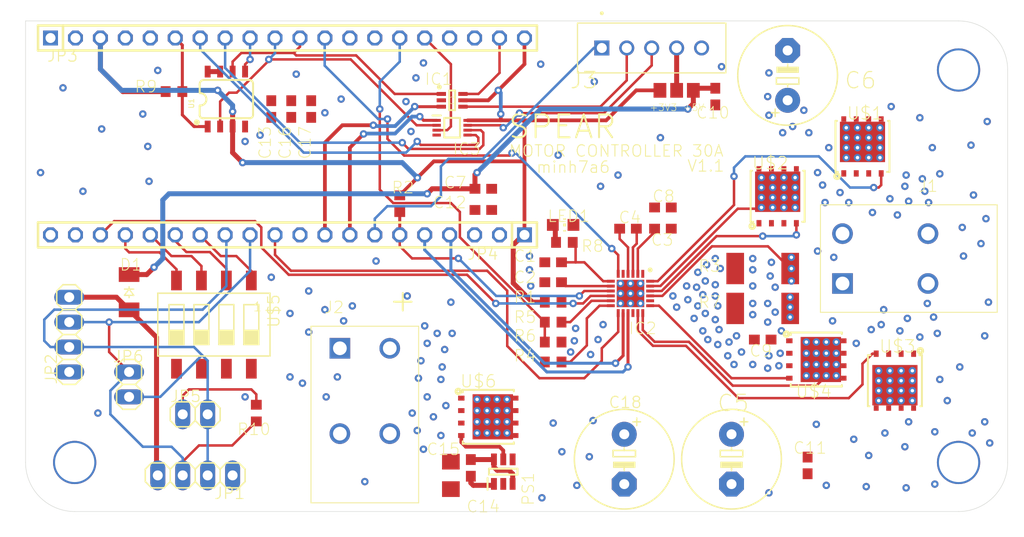
<source format=kicad_pcb>
(kicad_pcb (version 20211014) (generator pcbnew)
  (layers (0 "F.Cu" signal) (31 "B.Cu" signal) (34 "B.Paste" user) (35 "F.Paste" user) (36 "B.SilkS" user "B.Silkscreen") (37 "F.SilkS" user "F.Silkscreen") (38 "B.Mask" user) (39 "F.Mask" user) (44 "Edge.Cuts" user))
  (net 0 "")
  (net 1 "+3V3")
  (net 2 "GND")
  (net 3 "IN1")
  (net 4 "IN2")
  (net 5 "VIN")
  (net 6 "SO")
  (net 7 "+5V")
  (net 8 "CANH")
  (net 9 "CANL")
  (net 10 "+5V/3V")
  (net 11 "MUX")
  (net 12 "PA0")
  (net 13 "PA2")
  (net 14 "PA3")
  (net 15 "MUX2")
  (net 16 "SCK")
  (net 17 "NODE1")
  (net 18 "NODE2")
  (net 19 "NODE3")
  (net 20 "NODE4")
  (net 21 "MISO")
  (net 22 "PB2")
  (net 23 "MOSI")
  (net 24 "PB0")
  (net 25 "PB1")
  (net 26 "PB10")
  (net 27 "PB11")
  (net 28 "N$4")
  (net 29 "N$5")
  (net 30 "N$6")
  (net 31 "N$7")
  (net 32 "N$8")
  (net 33 "SP")
  (net 34 "GL2")
  (net 35 "SH2")
  (net 36 "GH2")
  (net 37 "GL1")
  (net 38 "SH1")
  (net 39 "GH1")
  (net 40 "FAULT")
  (net 41 "SNSOUT")
  (net 42 "SLEEP")
  (net 43 "IDRIVE")
  (net 44 "PB4")
  (net 45 "PB3")
  (net 46 "N$11")
  (net 47 "PC14")
  (net 48 "PC15")
  (net 49 "DAC")
  (net 50 "N$1")
  (net 51 "PB5")
  (net 52 "N$2")
  (net 53 "N$3")
  (net 54 "N$13")
  (net 55 "N$12")
  (net 56 "PB6")
  (net 57 "N$10")
  (footprint "arm controller single v1.1:R0603" (layer "F.Cu") (at 152.2221 112.7316)
    (fp_text reference "R6")
    (fp_text value "10k" hide)
  )
  (footprint "arm controller single v1.1:E5-10,5" (layer "F.Cu") (at 176.0981 85.5536 90)
    (fp_text reference "C6")
    (fp_text value "680uF" hide)
  )
  (footprint "arm controller single v1.1:R0603" (layer "F.Cu") (at 152.2221 114.7636)
    (fp_text reference "R4")
    (fp_text value "33k" hide)
  )
  (footprint "arm controller single v1.1:C0603" (layer "F.Cu") (at 178.1301 125.3046 -90)
    (fp_text reference "C11")
    (fp_text value "100nF" hide)
  )
  (footprint "arm controller single v1.1:1X20" (layer "F.Cu") (at 125.1711 81.7436)
    (fp_text reference "JP3")
    (fp_text value "")
  )
  (footprint "arm controller single v1.1:SOT65P210X110-6N" (layer "F.Cu") (at 141.9351 88.0936)
    (fp_text reference "IC1")
    (fp_text value "NC7SZ157P6X" hide)
  )
  (footprint "arm controller single v1.1:1X20" (layer "F.Cu") (at 125.1711 101.8096 180)
    (fp_text reference "JP4")
    (fp_text value "")
  )
  (footprint "arm controller single v1.1:1X04" (layer "F.Cu") (at 115.7731 126.3206 180)
    (fp_text reference "JP1")
    (fp_text value "")
  )
  (footprint "arm controller single v1.1:SOP50P310X90-8N" (layer "F.Cu") (at 141.9351 90.8876)
    (fp_text reference "IC3")
    (fp_text value "TS5A3357DCUT" hide)
  )
  (footprint "arm controller single v1.1:C0603" (layer "F.Cu") (at 127.5841 88.9826 -90)
    (fp_text reference "C17")
    (fp_text value "100nF" hide)
  )
  (footprint "arm controller single v1.1:C0603" (layer "F.Cu") (at 152.2221 106.6356 180)
    (fp_text reference "C2")
    (fp_text value "1uF" hide)
  )
  (footprint "arm controller single v1.1:E5-10,5" (layer "F.Cu") (at 170.3831 124.6696 -90)
    (fp_text reference "C5")
    (fp_text value "680uF" hide)
  )
  (footprint "arm controller single v1.1:TE_5-103669-4" (layer "F.Cu") (at 162.2551 82.7596)
    (fp_text reference "J3")
    (fp_text value "5-103669-4" hide)
  )
  (footprint "arm controller single v1.1:ALOM_DFN5X6_8L_EP1_P" (layer "F.Cu") (at 175.0821 97.8726 90)
    (fp_text reference "U$2")
    (fp_text value "MOSFET-NCHDFN8-5X6" hide)
  )
  (footprint "arm controller single v1.1:1X02" (layer "F.Cu") (at 115.7731 120.0976)
    (fp_text reference "JP5")
    (fp_text value "")
  )
  (footprint "arm controller single v1.1:C0603" (layer "F.Cu") (at 145.1101 99.2696)
    (fp_text reference "C12")
    (fp_text value "100nF" hide)
  )
  (footprint "arm controller single v1.1:ALOM_DFN5X6_8L_EP1_P" (layer "F.Cu") (at 187.0201 116.6686 -90)
    (fp_text reference "U$3")
    (fp_text value "MOSFET-NCHDFN8-5X6" hide)
  )
  (footprint "arm controller single v1.1:SOT95P280X145-6N" (layer "F.Cu") (at 147.1421 125.9396 90)
    (fp_text reference "PS1")
    (fp_text value "PLM74700QDBVTQ1" hide)
  )
  (footprint "arm controller single v1.1:B0R-JMP" (layer "F.Cu") (at 164.7951 87.0776 -90)
    (fp_text reference "JMP1" hide)
    (fp_text value "0R-JUMPB" hide)
  )
  (footprint "arm controller single v1.1:C0603" (layer "F.Cu") (at 123.5201 88.9826 -90)
    (fp_text reference "C13")
    (fp_text value "100nF" hide)
  )
  (footprint "arm controller single v1.1:R0603" (layer "F.Cu") (at 153.3651 102.5716)
    (fp_text reference "R8")
    (fp_text value "1k" hide)
  )
  (footprint "arm controller single v1.1:C0603" (layer "F.Cu") (at 163.3981 99.0156 180)
    (fp_text reference "C8")
    (fp_text value "100nF" hide)
  )
  (footprint "arm controller single v1.1:C0603" (layer "F.Cu") (at 125.5521 88.9826 -90)
    (fp_text reference "C16")
    (fp_text value "100nF" hide)
  )
  (footprint "arm controller single v1.1:1017503" (layer "F.Cu") (at 181.6861 106.7626 90)
    (fp_text reference "J1")
    (fp_text value "1017503" hide)
  )
  (footprint "arm controller single v1.1:ALOM_DFN5X6_8L_EP1_P" (layer "F.Cu") (at 179.0191 114.5096)
    (fp_text reference "U$4")
    (fp_text value "MOSFET-NCHDFN8-5X6" hide)
  )
  (footprint "arm controller single v1.1:R2512" (layer "F.Cu") (at 173.5581 105.2386)
    (fp_text reference "R3")
    (fp_text value "0.01" hide)
  )
  (footprint "arm controller single v1.1:C0603" (layer "F.Cu") (at 145.1101 97.1106)
    (fp_text reference "C7")
    (fp_text value "100nF" hide)
  )
  (footprint "arm controller single v1.1:SOD-123_MINI-SMA" (layer "F.Cu") (at 109.0421 107.6516 -90)
    (fp_text reference "D1")
    (fp_text value "CGRM4001-G" hide)
  )
  (footprint "arm controller single v1.1:R0603" (layer "F.Cu") (at 113.6141 87.2046 180)
    (fp_text reference "R9")
    (fp_text value "10k" hide)
  )
  (footprint "arm controller single v1.1:R0603" (layer "F.Cu") (at 136.6011 98.6346 90)
    (fp_text reference "R2")
    (fp_text value "10k" hide)
  )
  (footprint "arm controller single v1.1:ALOM_DFN5X6_8L_EP1_P" (layer "F.Cu") (at 183.7181 92.7926 90)
    (fp_text reference "U$1")
    (fp_text value "MOSFET-NCHDFN8-5X6" hide)
  )
  (footprint "arm controller single v1.1:R2512" (layer "F.Cu") (at 173.5581 109.3026)
    (fp_text reference "R7")
    (fp_text value "0.01" hide)
  )
  (footprint "arm controller single v1.1:C0603" (layer "F.Cu") (at 173.5581 112.4776 180)
    (fp_text reference "C9")
    (fp_text value "1000pF" hide)
  )
  (footprint "arm controller single v1.1:ALOM_DFN5X6_8L_EP1_P" (layer "F.Cu") (at 145.6181 120.3516)
    (fp_text reference "U$6")
    (fp_text value "MOSFET-NCHDFN8-5X6" hide)
  )
  (footprint "arm controller single v1.1:1X04" (layer "F.Cu") (at 102.9461 111.9696 90)
    (fp_text reference "JP2")
    (fp_text value "")
  )
  (footprint "arm controller single v1.1:R0603" (layer "F.Cu") (at 152.2221 110.6996 180)
    (fp_text reference "R5")
    (fp_text value "7.5k" hide)
  )
  (footprint "arm controller single v1.1:C0603" (layer "F.Cu") (at 159.8421 101.1746 180)
    (fp_text reference "C4")
    (fp_text value "100nF" hide)
  )
  (footprint "arm controller single v1.1:R0603" (layer "F.Cu") (at 121.9961 119.9706 90)
    (fp_text reference "R10")
    (fp_text value "120")
  )
  (footprint "arm controller single v1.1:QFN50P400X400X100-25N" (layer "F.Cu") (at 160.0961 107.7786 -90)
    (fp_text reference "IC2")
    (fp_text value "DRV8701PRGER" hide)
  )
  (footprint "arm controller single v1.1:E5-10,5" (layer "F.Cu") (at 159.4611 124.6696 -90)
    (fp_text reference "C18")
    (fp_text value "680uF")
  )
  (footprint "arm controller single v1.1:C0603" (layer "F.Cu") (at 143.8401 125.5586 -90)
    (fp_text reference "C14")
    (fp_text value "100nF" hide)
  )
  (footprint "arm controller single v1.1:1017503" (layer "F.Cu") (at 130.5051 113.3666)
    (fp_text reference "J2")
    (fp_text value "1017503" hide)
  )
  (footprint "arm controller single v1.1:SO08" (layer "F.Cu") (at 118.9481 87.9666)
    (fp_text reference "U1")
    (fp_text value "4MB Flash" hide)
  )
  (footprint "arm controller single v1.1:CHIP-LED0805" (layer "F.Cu") (at 153.2381 100.7936 -90)
    (fp_text reference "LED1")
    (fp_text value "")
  )
  (footprint "arm controller single v1.1:C0603" (layer "F.Cu") (at 168.7321 87.7126 -90)
    (fp_text reference "C10")
    (fp_text value "100nF" hide)
  )
  (footprint "arm controller single v1.1:R0603" (layer "F.Cu") (at 152.2221 108.6676 180)
    (fp_text reference "R1")
    (fp_text value "10k" hide)
  )
  (footprint "arm controller single v1.1:SMS-004" (layer "F.Cu") (at 117.6781 110.9536 180)
    (fp_text reference "U$5")
    (fp_text value "SMS-004" hide)
  )
  (footprint "arm controller single v1.1:C0603" (layer "F.Cu") (at 163.3981 101.1746 180)
    (fp_text reference "C3")
    (fp_text value "1uF" hide)
  )
  (footprint "arm controller single v1.1:1X02" (layer "F.Cu") (at 109.0421 117.0496 -90)
    (fp_text reference "JP6")
    (fp_text value "")
  )
  (footprint "arm controller single v1.1:C0603" (layer "F.Cu") (at 152.2221 104.6036 180)
    (fp_text reference "C1")
    (fp_text value "1uF" hide)
  )
  (footprint "arm controller single v1.1:C1206" (layer "F.Cu") (at 141.8081 126.3206 -90)
    (fp_text reference "C15")
    (fp_text value "10uF" hide)
  )
  (gr_line (start 193.5011 80.0036) (end 98.5011 80.0036) (layer "Edge.Cuts") (width 0.05))
  (gr_arc (start 103.5011 130.0036) (mid 99.965566 128.539134) (end 98.5011 125.0036) (layer "Edge.Cuts") (width 0.05))
  (gr_line (start 98.5011 80.0036) (end 98.5011 125.0036) (layer "Edge.Cuts") (width 0.05))
  (gr_line (start 103.5011 130.0036) (end 193.5011 130.0036) (layer "Edge.Cuts") (width 0.05))
  (gr_line (start 198.5011 125.0036) (end 198.5011 85.0036) (layer "Edge.Cuts") (width 0.05))
  (gr_arc (start 193.5011 80.0036) (mid 197.036634 81.468066) (end 198.5011 85.0036) (layer "Edge.Cuts") (width 0.05))
  (gr_arc (start 198.5011 125.0036) (mid 197.036634 128.539134) (end 193.5011 130.0036) (layer "Edge.Cuts") (width 0.05))
  (gr_text "V1.1" (at 165.8111 95.4596) (layer "F.SilkS") (effects (font (size 1.1684 1.1684) (thickness 0.1016)) (justify left bottom)))
  (gr_text "SPEAR" (at 147.5231 92.1576) (layer "F.SilkS") (effects (font (size 2.3368 2.3368) (thickness 0.2032)) (justify left bottom)))
  (gr_text "+" (at 135.3311 109.8106) (layer "F.SilkS") (effects (font (size 2.3368 2.3368) (thickness 0.2032)) (justify left bottom)))
  (gr_text "minh7a6" (at 150.4441 95.5866) (layer "F.SilkS") (effects (font (size 1.1684 1.1684) (thickness 0.1016)) (justify left bottom)))
  (gr_text "MOTOR CONTROLLER 30A" (at 147.6501 93.9356) (layer "F.SilkS") (effects (font (size 1.1684 1.1684) (thickness 0.1016)) (justify left bottom)))
  (gr_text "+3V3" (at 162.0011 89.2366) (layer "F.SilkS") (effects (font (size 0.70104 0.70104) (thickness 0.06096)) (justify left bottom)))
  (gr_text "+5V" (at 165.4301 89.2366) (layer "F.SilkS") (effects (font (size 0.70104 0.70104) (thickness 0.06096)) (justify left bottom)))
  (segment (start 106.1211 81.7436) (end 106.1211 84.9186) (width 0.508) (layer "F.Cu") (net 1))
  (segment (start 149.3011 90.1376) (end 157.6221 90.1376) (width 0.381) (layer "F.Cu") (net 1))
  (segment (start 150.1021 108.6676) (end 148.1581 106.7236) (width 0.508) (layer "F.Cu") (net 1))
  (segment (start 119.5831 93.4276) (end 120.5991 94.4436) (width 0.508) (layer "F.Cu") (net 1))
  (segment (start 148.1581 106.7236) (end 148.1581 102.8256) (width 0.508) (layer "F.Cu") (net 1))
  (segment (start 149.3011 94.3166) (end 149.3011 90.1376) (width 0.381) (layer "F.Cu") (net 1))
  (segment (start 119.5831 90.7666) (end 119.5831 93.4276) (width 0.508) (layer "F.Cu") (net 1))
  (segment (start 146.8881 90.1376) (end 146.8881 89.4906) (width 0.381) (layer "F.Cu") (net 1))
  (segment (start 149.3011 94.3166) (end 149.3011 101.6826) (width 0.381) (layer "F.Cu") (net 1))
  (segment (start 136.6011 97.7846) (end 138.3986 95.9871) (width 0.381) (layer "F.Cu") (net 1))
  (segment (start 119.5831 90.7666) (end 119.5831 89.2366) (width 0.508) (layer "F.Cu") (net 1))
  (segment (start 108.4071 87.2046) (end 112.7641 87.2046) (width 0.508) (layer "F.Cu") (net 1))
  (segment (start 151.3721 108.6676) (end 150.1021 108.6676) (width 0.508) (layer "F.Cu") (net 1))
  (segment (start 145.6181 88.0936) (end 146.6341 87.0776) (width 0.381) (layer "F.Cu") (net 1))
  (segment (start 157.6221 90.1376) (end 160.6821 87.0776) (width 0.381) (layer "F.Cu") (net 1))
  (segment (start 146.6341 87.0776) (end 149.3011 84.4106) (width 0.381) (layer "F.Cu") (net 1))
  (segment (start 149.3011 101.6826) (end 149.3011 101.8096) (width 0.381) (layer "F.Cu") (net 1))
  (segment (start 146.8881 90.1376) (end 149.3011 90.1376) (width 0.381) (layer "F.Cu") (net 1))
  (segment (start 138.3986 95.9871) (end 140.0691 94.3166) (width 0.381) (layer "F.Cu") (net 1))
  (segment (start 149.3011 84.4106) (end 149.3011 81.7436) (width 0.381) (layer "F.Cu") (net 1))
  (segment (start 106.1211 84.9186) (end 108.4071 87.2046) (width 0.508) (layer "F.Cu") (net 1))
  (segment (start 143.5101 90.1376) (end 146.8881 90.1376) (width 0.381) (layer "F.Cu") (net 1))
  (segment (start 117.0431 85.1666) (end 118.3131 85.1666) (width 0.508) (layer "F.Cu") (net 1))
  (segment (start 140.0691 94.3166) (end 149.3011 94.3166) (width 0.381) (layer "F.Cu") (net 1))
  (segment (start 160.6821 87.0776) (end 163.0951 87.0776) (width 0.381) (layer "F.Cu") (net 1))
  (segment (start 148.1581 102.8256) (end 149.3011 101.6826) (width 0.508) (layer "F.Cu") (net 1))
  (segment (start 143.0351 88.0936) (end 145.6181 88.0936) (width 0.381) (layer "F.Cu") (net 1))
  (via (at 118.0591 87.0776) (size 0.7564) (drill 0.35) (layers "F.Cu" "B.Cu") (net 1))
  (via (at 146.6341 87.0776) (size 0.7564) (drill 0.35) (layers "F.Cu" "B.Cu") (net 1))
  (via (at 120.5991 94.4436) (size 0.7564) (drill 0.35) (layers "F.Cu" "B.Cu") (net 1))
  (via (at 146.8881 89.4906) (size 0.7564) (drill 0.35) (layers "F.Cu" "B.Cu") (net 1))
  (via (at 119.5831 89.2366) (size 0.7564) (drill 0.35) (layers "F.Cu" "B.Cu") (net 1))
  (via (at 138.3986 95.9871) (size 0.7564) (drill 0.35) (layers "F.Cu" "B.Cu") (net 1))
  (segment (start 146.8881 87.3316) (end 146.6341 87.0776) (width 0.381) (layer "B.Cu") (net 1))
  (segment (start 146.8881 89.4906) (end 146.8881 87.3316) (width 0.381) (layer "B.Cu") (net 1))
  (segment (start 108.2801 87.0776) (end 118.0591 87.0776) (width 0.508) (layer "B.Cu") (net 1))
  (segment (start 119.5831 88.6016) (end 118.0591 87.0776) (width 0.508) (layer "B.Cu") (net 1))
  (segment (start 120.5991 94.4436) (end 136.8551 94.4436) (width 0.508) (layer "B.Cu") (net 1))
  (segment (start 136.8551 94.4436) (end 138.3986 95.9871) (width 0.508) (layer "B.Cu") (net 1))
  (segment (start 106.1211 81.7436) (end 106.1211 84.9186) (width 0.508) (layer "B.Cu") (net 1))
  (segment (start 106.1211 84.9186) (end 108.2801 87.0776) (width 0.508) (layer "B.Cu") (net 1))
  (segment (start 119.5831 89.2366) (end 119.5831 88.6016) (width 0.508) (layer "B.Cu") (net 1))
  (via (at 152.7301 93.6816) (size 0.7564) (drill 0.35) (layers "F.Cu" "B.Cu") (net 2))
  (via (at 196.1641 120.8596) (size 0.7564) (drill 0.35) (layers "F.Cu" "B.Cu") (net 2))
  (via (at 163.1441 91.9036) (size 0.7564) (drill 0.35) (layers "F.Cu" "B.Cu") (net 2))
  (via (at 120.8531 92.2846) (size 0.7564) (drill 0.35) (layers "F.Cu" "B.Cu") (net 2))
  (via (at 172.5421 108.7946) (size 0.7564) (drill 0.35) (layers "F.Cu" "B.Cu") (net 2))
  (via (at 157.3021 110.9536) (size 0.7564) (drill 0.35) (layers "F.Cu" "B.Cu") (net 2))
  (via (at 168.7321 110.4456) (size 0.7564) (drill 0.35) (layers "F.Cu" "B.Cu") (net 2))
  (via (at 160.0961 106.7626) (size 0.7564) (drill 0.35) (layers "F.Cu" "B.Cu") (net 2))
  (via (at 170.1291 112.7316) (size 0.7564) (drill 0.35) (layers "F.Cu" "B.Cu") (net 2))
  (via (at 160.0961 108.7946) (size 0.7564) (drill 0.35) (layers "F.Cu" "B.Cu") (net 2))
  (via (at 105.8671 119.9706) (size 0.7564) (drill 0.35) (layers "F.Cu" "B.Cu") (net 2))
  (via (at 122.3771 91.6496) (size 0.7564) (drill 0.35) (layers "F.Cu" "B.Cu") (net 2))
  (via (at 139.0141 84.2836) (size 0.7564) (drill 0.35) (layers "F.Cu" "B.Cu") (net 2))
  (via (at 167.9701 112.4776) (size 0.7564) (drill 0.35) (layers "F.Cu" "B.Cu") (net 2))
  (via (at 170.6371 115.0176) (size 0.7564) (drill 0.35) (layers "F.Cu" "B.Cu") (net 2))
  (via (at 102.3111 86.8236) (size 0.7564) (drill 0.35) (layers "F.Cu" "B.Cu") (net 2))
  (via (at 158.8261 95.7136) (size 0.7564) (drill 0.35) (layers "F.Cu" "B.Cu") (net 2))
  (via (at 157.0481 96.8566) (size 0.7564) (drill 0.35) (layers "F.Cu" "B.Cu") (net 2))
  (via (at 104.3431 97.3646) (size 0.7564) (drill 0.35) (layers "F.Cu" "B.Cu") (net 2))
  (via (at 125.4251 109.8106) (size 0.7564) (drill 0.35) (layers "F.Cu" "B.Cu") (net 2))
  (via (at 133.0451 126.9556) (size 0.7564) (drill 0.35) (layers "F.Cu" "B.Cu") (net 2))
  (via (at 127.3301 111.7156) (size 0.7564) (drill 0.35) (layers "F.Cu" "B.Cu") (net 2))
  (via (at 129.1081 118.3196) (size 0.7564) (drill 0.35) (layers "F.Cu" "B.Cu") (net 2))
  (via (at 137.2361 88.2206) (size 0.7564) (drill 0.35) (layers "F.Cu" "B.Cu") (net 2))
  (via (at 167.4621 107.9056) (size 0.7564) (drill 0.35) (layers "F.Cu" "B.Cu") (net 2))
  (via (at 193.5011 125.0036) (size 4.4064) (drill 4) (layers "F.Cu" "B.Cu") (net 2))
  (via (at 168.7321 106.8896) (size 0.7564) (drill 0.35) (layers "F.Cu" "B.Cu") (net 2))
  (via (at 134.1881 104.4766) (size 0.7564) (drill 0.35) (layers "F.Cu" "B.Cu") (net 2))
  (via (at 154.0001 113.7476) (size 0.7564) (drill 0.35) (layers "F.Cu" "B.Cu") (net 2))
  (via (at 137.7441 91.2686) (size 0.7564) (drill 0.35) (layers "F.Cu" "B.Cu") (net 2))
  (via (at 125.4251 116.2876) (size 0.7564) (drill 0.35) (layers "F.Cu" "B.Cu") (net 2))
  (via (at 172.5421 105.3656) (size 0.7564) (drill 0.35) (layers "F.Cu" "B.Cu") (net 2))
  (via (at 141.8081 108.6676) (size 0.7564) (drill 0.35) (layers "F.Cu" "B.Cu") (net 2))
  (via (at 120.8531 118.3196) (size 0.7564) (drill 0.35) (layers "F.Cu" "B.Cu") (net 2))
  (via (at 167.7161 109.8106) (size 0.7564) (drill 0.35) (layers "F.Cu" "B.Cu") (net 2))
  (via (at 166.5731 110.3186) (size 0.7564) (drill 0.35) (layers "F.Cu" "B.Cu") (net 2))
  (via (at 103.5011 125.0036) (size 4.4064) (drill 4) (layers "F.Cu" "B.Cu") (net 2))
  (via (at 126.6951 116.9226) (size 0.7564) (drill 0.35) (layers "F.Cu" "B.Cu") (net 2))
  (via (at 130.8861 110.5726) (size 0.7564) (drill 0.35) (layers "F.Cu" "B.Cu") (net 2))
  (via (at 161.1121 107.7786) (size 0.7564) (drill 0.35) (layers "F.Cu" "B.Cu") (net 2))
  (via (at 168.9861 109.0486) (size 0.7564) (drill 0.35) (layers "F.Cu" "B.Cu") (net 2))
  (via (at 110.4391 89.4906) (size 0.7564) (drill 0.35) (layers "F.Cu" "B.Cu") (net 2))
  (via (at 151.0791 128.6066) (size 0.7564) (drill 0.35) (layers "F.Cu" "B.Cu") (net 2))
  (via (at 161.1121 106.7626) (size 0.7564) (drill 0.35) (layers "F.Cu" "B.Cu") (net 2))
  (via (at 154.3811 112.6046) (size 0.7564) (drill 0.35) (layers "F.Cu" "B.Cu") (net 2))
  (via (at 159.0801 108.7946) (size 0.7564) (drill 0.35) (layers "F.Cu" "B.Cu") (net 2))
  (via (at 128.9811 89.3636) (size 0.7564) (drill 0.35) (layers "F.Cu" "B.Cu") (net 2))
  (via (at 170.8911 112.0966) (size 0.7564) (drill 0.35) (layers "F.Cu" "B.Cu") (net 2))
  (via (at 156.4131 86.1886) (size 0.7564) (drill 0.35) (layers "F.Cu" "B.Cu") (net 2))
  (via (at 184.0991 127.4636) (size 0.7564) (drill 0.35) (layers "F.Cu" "B.Cu") (net 2))
  (via (at 169.3671 84.6646) (size 0.7564) (drill 0.35) (layers "F.Cu" "B.Cu") (net 2))
  (via (at 156.7941 112.4776) (size 0.7564) (drill 0.35) (layers "F.Cu" "B.Cu") (net 2))
  (via (at 168.7321 104.2226) (size 0.7564) (drill 0.35) (layers "F.Cu" "B.Cu") (net 2))
  (via (at 149.9361 107.0166) (size 0.7564) (drill 0.35) (layers "F.Cu" "B.Cu") (net 2))
  (via (at 167.7161 106.5086) (size 0.7564) (drill 0.35) (layers "F.Cu" "B.Cu") (net 2))
  (via (at 159.0801 107.7786) (size 0.7564) (drill 0.35) (layers "F.Cu" "B.Cu") (net 2))
  (via (at 123.5201 106.1276) (size 0.7564) (drill 0.35) (layers "F.Cu" "B.Cu") (net 2))
  (via (at 111.9631 85.0456) (size 0.7564) (drill 0.35) (layers "F.Cu" "B.Cu") (net 2))
  (via (at 130.6321 87.9666) (size 0.7564) (drill 0.35) (layers "F.Cu" "B.Cu") (net 2))
  (via (at 193.5011 85.0036) (size 4.4064) (drill 4) (layers "F.Cu" "B.Cu") (net 2))
  (via (at 126.0601 85.4266) (size 0.7564) (drill 0.35) (layers "F.Cu" "B.Cu") (net 2))
  (via (at 196.6721 123.0186) (size 0.7564) (drill 0.35) (layers "F.Cu" "B.Cu") (net 2))
  (via (at 172.5421 109.9376) (size 0.7564) (drill 0.35) (layers "F.Cu" "B.Cu") (net 2))
  (via (at 156.0321 114.0016) (size 0.7564) (drill 0.35) (layers "F.Cu" "B.Cu") (net 2))
  (via (at 171.3991 113.7476) (size 0.7564) (drill 0.35) (layers "F.Cu" "B.Cu") (net 2))
  (via (at 106.2481 91.0146) (size 0.7564) (drill 0.35) (layers "F.Cu" "B.Cu") (net 2))
  (via (at 128.9811 109.4296) (size 0.7564) (drill 0.35) (layers "F.Cu" "B.Cu") (net 2))
  (via (at 172.5421 104.2226) (size 0.7564) (drill 0.35) (layers "F.Cu" "B.Cu") (net 2))
  (via (at 165.8111 107.0166) (size 0.7564) (drill 0.35) (layers "F.Cu" "B.Cu") (net 2))
  (via (at 172.5421 107.0166) (size 0.7564) (drill 0.35) (layers "F.Cu" "B.Cu") (net 2))
  (via (at 160.0961 107.7786) (size 0.7564) (drill 0.35) (layers "F.Cu" "B.Cu") (net 2))
  (via (at 154.6351 127.3366) (size 0.7564) (drill 0.35) (layers "F.Cu" "B.Cu") (net 2))
  (via (at 149.8091 105.3656) (size 0.7564) (drill 0.35) (layers "F.Cu" "B.Cu") (net 2))
  (via (at 172.5421 115.0176) (size 0.7564) (drill 0.35) (layers "F.Cu" "B.Cu") (net 2))
  (via (at 191.0841 127.2096) (size 0.7564) (drill 0.35) (layers "F.Cu" "B.Cu") (net 2))
  (via (at 111.0741 96.3486) (size 0.7564) (drill 0.35) (layers "F.Cu" "B.Cu") (net 2))
  (via (at 168.7321 108.0326) (size 0.7564) (drill 0.35) (layers "F.Cu" "B.Cu") (net 2))
  (via (at 168.9861 112.9856) (size 0.7564) (drill 0.35) (layers "F.Cu" "B.Cu") (net 2))
  (via (at 130.2511 116.2876) (size 0.7564) (drill 0.35) (layers "F.Cu" "B.Cu") (net 2))
  (via (at 188.1631 127.5906) (size 0.7564) (drill 0.35) (layers "F.Cu" "B.Cu") (net 2))
  (via (at 166.8271 107.1436) (size 0.7564) (drill 0.35) (layers "F.Cu" "B.Cu") (net 2))
  (via (at 127.3301 107.5246) (size 0.7564) (drill 0.35) (layers "F.Cu" "B.Cu") (net 2))
  (via (at 164.4141 108.0326) (size 0.7564) (drill 0.35) (layers "F.Cu" "B.Cu") (net 2))
  (via (at 164.7951 109.1756) (size 0.7564) (drill 0.35) (layers "F.Cu" "B.Cu") (net 2))
  (via (at 167.8431 104.8576) (size 0.7564) (drill 0.35) (layers "F.Cu" "B.Cu") (net 2))
  (via (at 174.1931 85.2996) (size 0.7564) (drill 0.35) (layers "F.Cu" "B.Cu") (net 2))
  (via (at 170.0021 114.1286) (size 0.7564) (drill 0.35) (layers "F.Cu" "B.Cu") (net 2))
  (via (at 138.2521 85.8076) (size 0.7564) (drill 0.35) (layers "F.Cu" "B.Cu") (net 2))
  (via (at 161.1121 108.7946) (size 0.7564) (drill 0.35) (layers "F.Cu" "B.Cu") (net 2))
  (via (at 169.2401 105.2386) (size 0.7564) (drill 0.35) (layers "F.Cu" "B.Cu") (net 2))
  (via (at 166.9541 105.6196) (size 0.7564) (drill 0.35) (layers "F.Cu" "B.Cu") (net 2))
  (via (at 159.0801 106.7626) (size 0.7564) (drill 0.35) (layers "F.Cu" "B.Cu") (net 2))
  (via (at 174.1931 128.0986) (size 0.7564) (drill 0.35) (layers "F.Cu" "B.Cu") (net 2))
  (via (at 137.3631 108.0326) (size 0.7564) (drill 0.35) (layers "F.Cu" "B.Cu") (net 2))
  (via (at 165.9381 108.4136) (size 0.7564) (drill 0.35) (layers "F.Cu" "B.Cu") (net 2))
  (via (at 180.0351 127.3366) (size 0.7564) (drill 0.35) (layers "F.Cu" "B.Cu") (net 2))
  (via (at 149.8091 103.9686) (size 0.7564) (drill 0.35) (layers "F.Cu" "B.Cu") (net 2))
  (via (at 150.9521 84.4106) (size 0.7564) (drill 0.35) (layers "F.Cu" "B.Cu") (net 2))
  (via (at 110.9471 92.7926) (size 0.7564) (drill 0.35) (layers "F.Cu" "B.Cu") (net 2))
  (via (at 194.8941 122.0026) (size 0.7564) (drill 0.35) (layers "F.Cu" "B.Cu") (net 2))
  (via (at 131.7751 109.0486) (size 0.7564) (drill 0.35) (layers "F.Cu" "B.Cu") (net 2))
  (via (at 166.9541 109.0486) (size 0.7564) (drill 0.35) (layers "F.Cu" "B.Cu") (net 2))
  (via (at 154.5081 111.3346) (size 0.7564) (drill 0.35) (layers "F.Cu" "B.Cu") (net 2))
  (via (at 167.4621 111.5886) (size 0.7564) (drill 0.35) (layers "F.Cu" "B.Cu") (net 2))
  (via (at 169.1131 111.4616) (size 0.7564) (drill 0.35) (layers "F.Cu" "B.Cu") (net 2))
  (via (at 100.0251 95.4596) (size 0.7564) (drill 0.35) (layers "F.Cu" "B.Cu") (net 2))
  (segment (start 159.8421 115.2716) (end 159.8421 109.7826) (width 0.3048) (layer "F.Cu") (net 3))
  (segment (start 159.8421 109.7826) (end 159.8461 109.7786) (width 0.3048) (layer "F.Cu") (net 3))
  (via (at 159.8421 115.2716) (size 0.7564) (drill 0.35) (layers "F.Cu" "B.Cu") (net 3))
  (segment (start 151.575518 115.7796) (end 159.3341 115.7796) (width 0.3048) (layer "B.Cu") (net 3))
  (segment (start 151.575518 115.7796) (end 139.1411 103.345182) (width 0.3048) (layer "B.Cu") (net 3))
  (segment (start 139.1411 101.8096) (end 139.1411 103.345182) (width 0.3048) (layer "B.Cu") (net 3))
  (segment (start 159.3341 115.7796) (end 159.8421 115.2716) (width 0.3048) (layer "B.Cu") (net 3))
  (segment (start 159.3461 109.7786) (end 159.3461 114.1166) (width 0.3048) (layer "F.Cu") (net 4))
  (segment (start 159.3461 114.1166) (end 158.5721 114.8906) (width 0.3048) (layer "F.Cu") (net 4))
  (via (at 158.5721 114.8906) (size 0.7564) (drill 0.35) (layers "F.Cu" "B.Cu") (net 4))
  (segment (start 158.5721 114.8906) (end 151.3331 114.8906) (width 0.3048) (layer "B.Cu") (net 4))
  (segment (start 151.3331 114.8906) (end 141.8081 105.3656) (width 0.3048) (layer "B.Cu") (net 4))
  (segment (start 141.8081 101.9366) (end 141.6811 101.8096) (width 0.3048) (layer "B.Cu") (net 4))
  (segment (start 141.8081 105.3656) (end 141.8081 101.9366) (width 0.3048) (layer "B.Cu") (net 4))
  (via (at 195.0211 97.7456) (size 0.7564) (drill 0.35) (layers "F.Cu" "B.Cu") (net 5))
  (via (at 144.4751 122.0026) (size 0.7564) (drill 0.35) (layers "F.Cu" "B.Cu") (net 5))
  (via (at 185.3691 116.6686) (size 0.7564) (drill 0.35) (layers "F.Cu" "B.Cu") (net 5))
  (via (at 185.3691 118.7006) (size 0.7564) (drill 0.35) (layers "F.Cu" "B.Cu") (net 5))
  (via (at 147.5231 118.5736) (size 0.7564) (drill 0.35) (layers "F.Cu" "B.Cu") (net 5))
  (via (at 145.4911 119.7166) (size 0.7564) (drill 0.35) (layers "F.Cu" "B.Cu") (net 5))
  (via (at 188.4171 120.8596) (size 0.7564) (drill 0.35) (layers "F.Cu" "B.Cu") (net 5))
  (via (at 145.4911 118.5736) (size 0.7564) (drill 0.35) (layers "F.Cu" "B.Cu") (net 5))
  (via (at 186.5121 118.7006) (size 0.7564) (drill 0.35) (layers "F.Cu" "B.Cu") (net 5))
  (via (at 182.0671 92.9196) (size 0.7564) (drill 0.35) (layers "F.Cu" "B.Cu") (net 5))
  (via (at 147.5231 122.0026) (size 0.7564) (drill 0.35) (layers "F.Cu" "B.Cu") (net 5))
  (via (at 153.1111 123.9076) (size 0.7564) (drill 0.35) (layers "F.Cu" "B.Cu") (net 5))
  (via (at 196.1641 112.0966) (size 0.7564) (drill 0.35) (layers "F.Cu" "B.Cu") (net 5))
  (via (at 183.2101 92.9196) (size 0.7564) (drill 0.35) (layers "F.Cu" "B.Cu") (net 5))
  (via (at 192.3541 118.7006) (size 0.7564) (drill 0.35) (layers "F.Cu" "B.Cu") (net 5))
  (via (at 175.5901 91.3956) (size 0.7564) (drill 0.35) (layers "F.Cu" "B.Cu") (net 5))
  (via (at 144.4751 118.5736) (size 0.7564) (drill 0.35) (layers "F.Cu" "B.Cu") (net 5))
  (via (at 187.6551 118.7006) (size 0.7564) (drill 0.35) (layers "F.Cu" "B.Cu") (net 5))
  (via (at 144.4751 119.7166) (size 0.7564) (drill 0.35) (layers "F.Cu" "B.Cu") (net 5))
  (via (at 186.5121 116.6686) (size 0.7564) (drill 0.35) (layers "F.Cu" "B.Cu") (net 5))
  (via (at 182.0671 93.9356) (size 0.7564) (drill 0.35) (layers "F.Cu" "B.Cu") (net 5))
  (via (at 182.0671 91.9036) (size 0.7564) (drill 0.35) (layers "F.Cu" "B.Cu") (net 5))
  (via (at 180.2891 92.9196) (size 0.7564) (drill 0.35) (layers "F.Cu" "B.Cu") (net 5))
  (via (at 183.2101 91.9036) (size 0.7564) (drill 0.35) (layers "F.Cu" "B.Cu") (net 5))
  (via (at 186.5121 115.6526) (size 0.7564) (drill 0.35) (layers "F.Cu" "B.Cu") (net 5))
  (via (at 146.5071 119.7166) (size 0.7564) (drill 0.35) (layers "F.Cu" "B.Cu") (net 5))
  (via (at 189.5601 89.8716) (size 0.7564) (drill 0.35) (layers "F.Cu" "B.Cu") (net 5))
  (via (at 187.6551 117.6846) (size 0.7564) (drill 0.35) (layers "F.Cu" "B.Cu") (net 5))
  (via (at 196.4181 90.2526) (size 0.7564) (drill 0.35) (layers "F.Cu" "B.Cu") (net 5))
  (via (at 182.8291 122.6376) (size 0.7564) (drill 0.35) (layers "F.Cu" "B.Cu") (net 5))
  (via (at 152.2221 120.9866) (size 0.7564) (drill 0.35) (layers "F.Cu" "B.Cu") (net 5))
  (via (at 190.8301 92.9196) (size 0.7564) (drill 0.35) (layers "F.Cu" "B.Cu") (net 5))
  (via (at 191.5921 116.5416) (size 0.7564) (drill 0.35) (layers "F.Cu" "B.Cu") (net 5))
  (via (at 145.4911 120.8596) (size 0.7564) (drill 0.35) (layers "F.Cu" "B.Cu") (net 5))
  (via (at 187.6551 115.6526) (size 0.7564) (drill 0.35) (layers "F.Cu" "B.Cu") (net 5))
  (via (at 185.4961 91.9036) (size 0.7564) (drill 0.35) (layers "F.Cu" "B.Cu") (net 5))
  (via (at 145.4911 122.0026) (size 0.7564) (drill 0.35) (layers "F.Cu" "B.Cu") (net 5))
  (via (at 156.2861 120.7326) (size 0.7564) (drill 0.35) (layers "F.Cu" "B.Cu") (net 5))
  (via (at 188.7981 116.6686) (size 0.7564) (drill 0.35) (layers "F.Cu" "B.Cu") (net 5))
  (via (at 144.4751 120.8596) (size 0.7564) (drill 0.35) (layers "F.Cu" "B.Cu") (net 5))
  (via (at 174.1931 89.6176) (size 0.7564) (drill 0.35) (layers "F.Cu" "B.Cu") (net 5))
  (via (at 174.0661 87.7126) (size 0.7564) (drill 0.35) (layers "F.Cu" "B.Cu") (net 5))
  (via (at 146.5071 118.5736) (size 0.7564) (drill 0.35) (layers "F.Cu" "B.Cu") (net 5))
  (via (at 179.0191 121.1136) (size 0.7564) (drill 0.35) (layers "F.Cu" "B.Cu") (net 5))
  (via (at 184.3531 124.2886) (size 0.7564) (drill 0.35) (layers "F.Cu" "B.Cu") (net 5))
  (via (at 184.3531 93.9356) (size 0.7564) (drill 0.35) (layers "F.Cu" "B.Cu") (net 5))
  (via (at 177.7491 89.1096) (size 0.7564) (drill 0.35) (layers "F.Cu" "B.Cu") (net 5))
  (via (at 186.6391 88.7286) (size 0.7564) (drill 0.35) (layers "F.Cu" "B.Cu") (net 5))
  (via (at 194.0051 103.9686) (size 0.7564) (drill 0.35) (layers "F.Cu" "B.Cu") (net 5))
  (via (at 188.7981 115.6526) (size 0.7564) (drill 0.35) (layers "F.Cu" "B.Cu") (net 5))
  (via (at 191.0841 121.8756) (size 0.7564) (drill 0.35) (layers "F.Cu" "B.Cu") (net 5))
  (via (at 185.3691 117.6846) (size 0.7564) (drill 0.35) (layers "F.Cu" "B.Cu") (net 5))
  (via (at 183.2101 93.9356) (size 0.7564) (drill 0.35) (layers "F.Cu" "B.Cu") (net 5))
  (via (at 194.7671 92.6656) (size 0.7564) (drill 0.35) (layers "F.Cu" "B.Cu") (net 5))
  (via (at 185.4961 92.9196) (size 0.7564) (drill 0.35) (layers "F.Cu" "B.Cu") (net 5))
  (via (at 193.6241 115.2716) (size 0.7564) (drill 0.35) (layers "F.Cu" "B.Cu") (net 5))
  (via (at 195.7831 102.6986) (size 0.7564) (drill 0.35) (layers "F.Cu" "B.Cu") (net 5))
  (via (at 182.0671 90.8876) (size 0.7564) (drill 0.35) (layers "F.Cu" "B.Cu") (net 5))
  (via (at 146.5071 120.8596) (size 0.7564) (drill 0.35) (layers "F.Cu" "B.Cu") (net 5))
  (via (at 185.4961 90.8876) (size 0.7564) (drill 0.35) (layers "F.Cu" "B.Cu") (net 5))
  (via (at 147.5231 120.8596) (size 0.7564) (drill 0.35) (layers "F.Cu" "B.Cu") (net 5))
  (via (at 146.5071 122.0026) (size 0.7564) (drill 0.35) (layers "F.Cu" "B.Cu") (net 5))
  (via (at 186.0041 122.0026) (size 0.7564) (drill 0.35) (layers "F.Cu" "B.Cu") (net 5))
  (via (at 155.9051 124.4156) (size 0.7564) (drill 0.35) (layers "F.Cu" "B.Cu") (net 5))
  (via (at 188.7981 117.6846) (size 0.7564) (drill 0.35) (layers "F.Cu" "B.Cu") (net 5))
  (via (at 185.3691 115.6526) (size 0.7564) (drill 0.35) (layers "F.Cu" "B.Cu") (net 5))
  (via (at 183.2101 90.8876) (size 0.7564) (drill 0.35) (layers "F.Cu" "B.Cu") (net 5))
  (via (at 184.3531 91.9036) (size 0.7564) (drill 0.35) (layers "F.Cu" "B.Cu") (net 5))
  (via (at 147.5231 119.7166) (size 0.7564) (drill 0.35) (layers "F.Cu" "B.Cu") (net 5))
  (via (at 188.0361 123.3996) (size 0.7564) (drill 0.35) (layers "F.Cu" "B.Cu") (net 5))
  (via (at 184.3531 92.9196) (size 0.7564) (drill 0.35) (layers "F.Cu" "B.Cu") (net 5))
  (via (at 185.4961 93.9356) (size 0.7564) (drill 0.35) (layers "F.Cu" "B.Cu") (net 5))
  (via (at 196.2911 100.1586) (size 0.7564) (drill 0.35) (layers "F.Cu" "B.Cu") (net 5))
  (via (at 187.6551 116.6686) (size 0.7564) (drill 0.35) (layers "F.Cu" "B.Cu") (net 5))
  (via (at 186.5121 117.6846) (size 0.7564) (drill 0.35) (layers "F.Cu" "B.Cu") (net 5))
  (via (at 184.3531 90.8876) (size 0.7564) (drill 0.35) (layers "F.Cu" "B.Cu") (net 5))
  (via (at 196.5451 108.6676) (size 0.7564) (drill 0.35) (layers "F.Cu" "B.Cu") (net 5))
  (via (at 188.7981 118.7006) (size 0.7564) (drill 0.35) (layers "F.Cu" "B.Cu") (net 5))
  (via (at 193.8781 101.0476) (size 0.7564) (drill 0.35) (layers "F.Cu" "B.Cu") (net 5))
  (via (at 178.2571 91.3956) (size 0.7564) (drill 0.35) (layers "F.Cu" "B.Cu") (net 5))
  (via (at 176.6061 90.7606) (size 0.7564) (drill 0.35) (layers "F.Cu" "B.Cu") (net 5))
  (segment (start 135.935368 98.564) (end 134.5691 97.197732) (width 0.254) (layer "F.Cu") (net 6))
  (segment (start 142.7225 102.05) (end 142.7225 99.473238) (width 0.254) (layer "F.Cu") (net 6))
  (segment (start 141.813262 98.564) (end 135.935368 98.564) (width 0.254) (layer "F.Cu") (net 6))
  (segment (start 151.3721 110.6996) (end 151.3721 112.7316) (width 0.254) (layer "F.Cu") (net 6))
  (segment (start 151.3721 110.6996) (end 142.7225 102.05) (width 0.254) (layer "F.Cu") (net 6))
  (segment (start 134.5691 97.197732) (end 134.5691 88.9826) (width 0.254) (layer "F.Cu") (net 6))
  (segment (start 142.7225 99.473238) (end 141.813262 98.564) (width 0.254) (layer "F.Cu") (net 6))
  (via (at 134.5691 88.9826) (size 0.7564) (drill 0.35) (layers "F.Cu" "B.Cu") (net 6))
  (segment (start 136.6011 84.1566) (end 134.5691 86.1886) (width 0.254) (layer "B.Cu") (net 6))
  (segment (start 134.5691 88.9826) (end 134.5691 86.1886) (width 0.254) (layer "B.Cu") (net 6))
  (segment (start 136.6011 84.1566) (end 136.6011 81.7436) (width 0.254) (layer "B.Cu") (net 6))
  (segment (start 168.7321 86.8626) (end 166.7101 86.8626) (width 0.508) (layer "F.Cu") (net 7))
  (segment (start 144.2601 97.1106) (end 144.2601 95.6746) (width 0.508) (layer "F.Cu") (net 7))
  (segment (start 144.2601 95.6746) (end 144.4751 95.4596) (width 0.508) (layer "F.Cu") (net 7))
  (segment (start 110.8421 105.8516) (end 111.5821 105.1116) (width 0.508) (layer "F.Cu") (net 7))
  (segment (start 109.0421 105.8516) (end 110.8421 105.8516) (width 0.508) (layer "F.Cu") (net 7))
  (segment (start 165.9381 88.9826) (end 166.4951 88.4256) (width 0.508) (layer "F.Cu") (net 7))
  (segment (start 139.9031 97.1106) (end 144.2601 97.1106) (width 0.508) (layer "F.Cu") (net 7))
  (segment (start 166.4951 88.4256) (end 166.4951 87.0776) (width 0.508) (layer "F.Cu") (net 7))
  (segment (start 139.3951 97.6186) (end 139.9031 97.1106) (width 0.508) (layer "F.Cu") (net 7))
  (segment (start 166.7101 86.8626) (end 166.4951 87.0776) (width 0.508) (layer "F.Cu") (net 7))
  (via (at 165.9381 88.9826) (size 0.7564) (drill 0.35) (layers "F.Cu" "B.Cu") (net 7))
  (via (at 144.4751 95.4596) (size 0.7564) (drill 0.35) (layers "F.Cu" "B.Cu") (net 7))
  (via (at 111.5821 105.1116) (size 0.7564) (drill 0.35) (layers "F.Cu" "B.Cu") (net 7))
  (via (at 139.3951 97.6186) (size 0.7564) (drill 0.35) (layers "F.Cu" "B.Cu") (net 7))
  (segment (start 111.5821 105.1116) (end 112.4711 104.2226) (width 0.508) (layer "B.Cu") (net 7))
  (segment (start 144.4751 95.4596) (end 150.9521 88.9826) (width 0.508) (layer "B.Cu") (net 7))
  (segment (start 113.1061 97.6186) (end 139.3951 97.6186) (width 0.508) (layer "B.Cu") (net 7))
  (segment (start 150.9521 88.9826) (end 165.9381 88.9826) (width 0.508) (layer "B.Cu") (net 7))
  (segment (start 112.4711 104.2226) (end 112.4711 98.2536) (width 0.508) (layer "B.Cu") (net 7))
  (segment (start 112.4711 98.2536) (end 113.1061 97.6186) (width 0.508) (layer "B.Cu") (net 7))
  (segment (start 107.0101 113.7476) (end 109.0421 115.7796) (width 0.254) (layer "F.Cu") (net 8))
  (segment (start 121.9961 120.8206) (end 119.5441 123.2726) (width 0.254) (layer "F.Cu") (net 8))
  (segment (start 107.0101 110.6996) (end 107.0101 113.7476) (width 0.254) (layer "F.Cu") (net 8))
  (segment (start 119.5441 123.2726) (end 116.1541 123.2726) (width 0.254) (layer "F.Cu") (net 8))
  (segment (start 116.1541 123.2726) (end 114.5031 124.9236) (width 0.254) (layer "F.Cu") (net 8))
  (segment (start 114.5031 124.9236) (end 114.5031 126.3206) (width 0.254) (layer "F.Cu") (net 8))
  (via (at 107.0101 110.6996) (size 0.7564) (drill 0.35) (layers "F.Cu" "B.Cu") (net 8))
  (segment (start 107.1371 117.6846) (end 107.1371 120.0976) (width 0.254) (layer "B.Cu") (net 8))
  (segment (start 109.0421 115.7796) (end 107.1371 117.6846) (width 0.254) (layer "B.Cu") (net 8))
  (segment (start 107.0101 110.6996) (end 102.9461 110.6996) (width 0.254) (layer "B.Cu") (net 8))
  (segment (start 121.3611 101.8096) (end 121.3611 105.4926) (width 0.254) (layer "B.Cu") (net 8))
  (segment (start 113.3601 123.3996) (end 114.5031 124.5426) (width 0.254) (layer "B.Cu") (net 8))
  (segment (start 121.3611 105.4926) (end 116.1541 110.6996) (width 0.254) (layer "B.Cu") (net 8))
  (segment (start 114.5031 124.5426) (end 114.5031 126.3206) (width 0.254) (layer "B.Cu") (net 8))
  (segment (start 116.1541 110.6996) (end 107.0101 110.6996) (width 0.254) (layer "B.Cu") (net 8))
  (segment (start 110.4391 123.3996) (end 113.3601 123.3996) (width 0.254) (layer "B.Cu") (net 8))
  (segment (start 107.1371 120.0976) (end 110.4391 123.3996) (width 0.254) (layer "B.Cu") (net 8))
  (segment (start 116.5351 109.4296) (end 118.9481 107.0166) (width 0.254) (layer "B.Cu") (net 9))
  (segment (start 100.4061 110.4456) (end 101.4221 109.4296) (width 0.254) (layer "B.Cu") (net 9))
  (segment (start 102.9461 113.2396) (end 115.6461 113.2396) (width 0.254) (layer "B.Cu") (net 9))
  (segment (start 116.4716 114.0651) (end 115.6461 113.2396) (width 0.254) (layer "B.Cu") (net 9))
  (segment (start 117.0431 120.0976) (end 117.0431 126.3206) (width 0.254) (layer "B.Cu") (net 9))
  (segment (start 100.4061 112.6046) (end 100.4061 110.4456) (width 0.254) (layer "B.Cu") (net 9))
  (segment (start 117.0431 120.0976) (end 117.0431 114.6366) (width 0.254) (layer "B.Cu") (net 9))
  (segment (start 118.9481 107.0166) (end 118.9481 101.9366) (width 0.254) (layer "B.Cu") (net 9))
  (segment (start 101.4221 109.4296) (end 116.5351 109.4296) (width 0.254) (layer "B.Cu") (net 9))
  (segment (start 117.0431 114.6366) (end 116.4716 114.0651) (width 0.254) (layer "B.Cu") (net 9))
  (segment (start 118.9481 101.9366) (end 118.8211 101.8096) (width 0.254) (layer "B.Cu") (net 9))
  (segment (start 109.0421 118.3196) (end 112.2171 118.3196) (width 0.254) (layer "B.Cu") (net 9))
  (segment (start 112.2171 118.3196) (end 116.4716 114.0651) (width 0.254) (layer "B.Cu") (net 9))
  (segment (start 102.9461 113.2396) (end 101.0411 113.2396) (width 0.254) (layer "B.Cu") (net 9))
  (segment (start 101.0411 113.2396) (end 100.4061 112.6046) (width 0.254) (layer "B.Cu") (net 9))
  (segment (start 164.7951 87.0776) (end 164.7951 82.7596) (width 0.508) (layer "F.Cu") (net 10))
  (segment (start 143.5101 90.6376) (end 146.8921 90.6376) (width 0.254) (layer "F.Cu") (net 11))
  (segment (start 148.7931 89.4012) (end 157.3915 89.4012) (width 0.254) (layer "F.Cu") (net 11))
  (segment (start 146.8921 90.6376) (end 147.1421 90.8876) (width 0.254) (layer "F.Cu") (net 11))
  (segment (start 157.3915 89.4012) (end 162.2551 84.5376) (width 0.254) (layer "F.Cu") (net 11))
  (segment (start 162.2551 84.5376) (end 162.2551 82.7596) (width 0.254) (layer "F.Cu") (net 11))
  (via (at 148.7931 89.4012) (size 0.7564) (drill 0.35) (layers "F.Cu" "B.Cu") (net 11))
  (via (at 147.1421 90.8876) (size 0.7564) (drill 0.35) (layers "F.Cu" "B.Cu") (net 11))
  (segment (start 147.3067 90.8876) (end 148.7931 89.4012) (width 0.254) (layer "B.Cu") (net 11))
  (segment (start 147.1421 90.8876) (end 147.3067 90.8876) (width 0.254) (layer "B.Cu") (net 11))
  (segment (start 141.8081 84.4106) (end 139.1411 81.7436) (width 0.254) (layer "F.Cu") (net 12))
  (segment (start 140.3601 91.1376) (end 141.4311 91.1376) (width 0.254) (layer "F.Cu") (net 12))
  (segment (start 141.4311 91.1376) (end 141.8081 90.7606) (width 0.254) (layer "F.Cu") (net 12))
  (segment (start 141.8081 90.7606) (end 141.8081 84.4106) (width 0.254) (layer "F.Cu") (net 12))
  (segment (start 143.0351 88.7436) (end 157.0331 88.7436) (width 0.254) (layer "F.Cu") (net 15))
  (segment (start 157.0331 88.7436) (end 159.7151 86.0616) (width 0.254) (layer "F.Cu") (net 15))
  (segment (start 159.7151 86.0616) (end 159.7151 82.7596) (width 0.254) (layer "F.Cu") (net 15))
  (segment (start 119.5831 85.1666) (end 119.5831 84.1566) (width 0.254) (layer "F.Cu") (net 16))
  (segment (start 119.5831 84.1566) (end 120.4721 83.2676) (width 0.254) (layer "F.Cu") (net 16))
  (segment (start 126.0573 83.5188) (end 125.8061 83.2676) (width 0.254) (layer "F.Cu") (net 16))
  (segment (start 132.159775 83.5188) (end 126.0573 83.5188) (width 0.254) (layer "F.Cu") (net 16))
  (segment (start 126.4411 82.6326) (end 126.4411 81.7436) (width 0.254) (layer "F.Cu") (net 16))
  (segment (start 125.8061 83.2676) (end 126.4411 82.6326) (width 0.254) (layer "F.Cu") (net 16))
  (segment (start 120.4721 83.2676) (end 125.8061 83.2676) (width 0.254) (layer "F.Cu") (net 16))
  (segment (start 140.8351 87.4436) (end 136.084575 87.4436) (width 0.254) (layer "F.Cu") (net 16))
  (segment (start 136.084575 87.4436) (end 132.159775 83.5188) (width 0.254) (layer "F.Cu") (net 16))
  (segment (start 121.4881 105.4926) (end 121.4881 106.4578) (width 0.254) (layer "F.Cu") (net 17))
  (segment (start 118.379837 103.9686) (end 119.9641 103.9686) (width 0.254) (layer "F.Cu") (net 17))
  (segment (start 119.9641 103.9686) (end 121.4881 105.4926) (width 0.254) (layer "F.Cu") (net 17))
  (segment (start 116.2811 101.869863) (end 118.379837 103.9686) (width 0.254) (layer "F.Cu") (net 17))
  (segment (start 116.2811 101.8096) (end 116.2811 101.869863) (width 0.254) (layer "F.Cu") (net 17))
  (segment (start 118.9481 105.2386) (end 117.2717 103.5622) (width 0.254) (layer "F.Cu") (net 18))
  (segment (start 117.2717 103.5622) (end 114.8841 103.5622) (width 0.254) (layer "F.Cu") (net 18))
  (segment (start 113.7411 102.4192) (end 113.7411 101.8096) (width 0.254) (layer "F.Cu") (net 18))
  (segment (start 114.8841 103.5622) (end 113.7411 102.4192) (width 0.254) (layer "F.Cu") (net 18))
  (segment (start 118.9481 106.4578) (end 118.9481 105.2386) (width 0.254) (layer "F.Cu") (net 18))
  (segment (start 111.2011 101.8096) (end 113.3601 103.9686) (width 0.254) (layer "F.Cu") (net 19))
  (segment (start 113.3601 103.9686) (end 115.3921 103.9686) (width 0.254) (layer "F.Cu") (net 19))
  (segment (start 116.4081 104.9846) (end 116.4081 106.4578) (width 0.254) (layer "F.Cu") (net 19))
  (segment (start 115.3921 103.9686) (end 116.4081 104.9846) (width 0.254) (layer "F.Cu") (net 19))
  (segment (start 112.1409 103.5876) (end 109.0421 103.5876) (width 0.254) (layer "F.Cu") (net 20))
  (segment (start 109.0421 103.5876) (end 108.6611 103.2066) (width 0.254) (layer "F.Cu") (net 20))
  (segment (start 113.8681 105.3148) (end 112.1409 103.5876) (width 0.254) (layer "F.Cu") (net 20))
  (segment (start 108.6611 103.2066) (end 108.6611 101.8096) (width 0.254) (layer "F.Cu") (net 20))
  (segment (start 113.8681 106.4578) (end 113.8681 105.3148) (width 0.254) (layer "F.Cu") (net 20))
  (segment (start 131.610437 83.9252) (end 123.2661 83.9252) (width 0.254) (layer "F.Cu") (net 21))
  (segment (start 118.3131 90.7666) (end 118.3131 88.2206) (width 0.254) (layer "F.Cu") (net 21))
  (segment (start 138.322837 90.6376) (end 131.610437 83.9252) (width 0.254) (layer "F.Cu") (net 21))
  (segment (start 118.3131 88.2206) (end 119.2177 87.316) (width 0.254) (layer "F.Cu") (net 21))
  (segment (start 140.3601 90.6376) (end 138.322837 90.6376) (width 0.254) (layer "F.Cu") (net 21))
  (segment (start 123.2661 84.048732) (end 119.998831 87.316) (width 0.254) (layer "F.Cu") (net 21))
  (segment (start 119.2177 87.316) (end 119.998831 87.316) (width 0.254) (layer "F.Cu") (net 21))
  (segment (start 123.2661 84.048732) (end 123.2661 83.9252) (width 0.254) (layer "F.Cu") (net 21))
  (via (at 123.2661 83.9252) (size 0.7564) (drill 0.35) (layers "F.Cu" "B.Cu") (net 21))
  (segment (start 123.2661 83.9252) (end 123.9011 83.2902) (width 0.254) (layer "B.Cu") (net 21))
  (segment (start 123.9011 83.2902) (end 123.9011 81.7436) (width 0.254) (layer "B.Cu") (net 21))
  (segment (start 146.7611 85.2996) (end 146.7611 81.7436) (width 0.254) (layer "F.Cu") (net 22))
  (segment (start 144.6171 87.4436) (end 146.7611 85.2996) (width 0.254) (layer "F.Cu") (net 22))
  (segment (start 143.0351 87.4436) (end 144.6171 87.4436) (width 0.254) (layer "F.Cu") (net 22))
  (segment (start 120.8531 84.4332) (end 121.3611 83.9252) (width 0.254) (layer "F.Cu") (net 23))
  (segment (start 120.8531 85.1666) (end 120.8531 84.4332) (width 0.254) (layer "F.Cu") (net 23))
  (via (at 121.3611 83.9252) (size 0.7564) (drill 0.35) (layers "F.Cu" "B.Cu") (net 23))
  (segment (start 121.3611 83.9252) (end 121.3611 81.7436) (width 0.254) (layer "B.Cu") (net 23))
  (segment (start 145.1101 92.6656) (end 144.7291 93.0466) (width 0.254) (layer "F.Cu") (net 24))
  (segment (start 144.8521 91.1376) (end 145.1101 91.3956) (width 0.254) (layer "F.Cu") (net 24))
  (segment (start 143.5101 91.1376) (end 144.8521 91.1376) (width 0.254) (layer "F.Cu") (net 24))
  (segment (start 144.7291 93.0466) (end 137.4901 93.0466) (width 0.254) (layer "F.Cu") (net 24))
  (segment (start 137.4901 93.0466) (end 136.8551 92.4116) (width 0.254) (layer "F.Cu") (net 24))
  (segment (start 145.1101 91.3956) (end 145.1101 92.6656) (width 0.254) (layer "F.Cu") (net 24))
  (via (at 136.8551 92.4116) (size 0.7564) (drill 0.35) (layers "F.Cu" "B.Cu") (net 24))
  (segment (start 126.4411 92.4116) (end 118.8211 84.7916) (width 0.254) (layer "B.Cu") (net 24))
  (segment (start 136.8551 92.4116) (end 126.4411 92.4116) (width 0.254) (layer "B.Cu") (net 24))
  (segment (start 118.8211 84.7916) (end 118.8211 81.7436) (width 0.254) (layer "B.Cu") (net 24))
  (segment (start 144.3735 92.6402) (end 138.7347 92.6402) (width 0.254) (layer "F.Cu") (net 25))
  (segment (start 144.6021 92.4116) (end 144.3735 92.6402) (width 0.254) (layer "F.Cu") (net 25))
  (segment (start 138.7347 92.6402) (end 138.3791 92.2846) (width 0.254) (layer "F.Cu") (net 25))
  (segment (start 144.6021 91.9036) (end 144.6021 92.4116) (width 0.254) (layer "F.Cu") (net 25))
  (segment (start 144.3361 91.6376) (end 144.6021 91.9036) (width 0.254) (layer "F.Cu") (net 25))
  (segment (start 143.5101 91.6376) (end 144.3361 91.6376) (width 0.254) (layer "F.Cu") (net 25))
  (via (at 138.3791 92.2846) (size 0.7564) (drill 0.35) (layers "F.Cu" "B.Cu") (net 25))
  (segment (start 126.8221 93.4276) (end 116.2811 82.8866) (width 0.254) (layer "B.Cu") (net 25))
  (segment (start 137.2361 93.4276) (end 126.8221 93.4276) (width 0.254) (layer "B.Cu") (net 25))
  (segment (start 138.3791 92.2846) (end 137.2361 93.4276) (width 0.254) (layer "B.Cu") (net 25))
  (segment (start 116.2811 82.8866) (end 116.2811 81.7436) (width 0.254) (layer "B.Cu") (net 25))
  (segment (start 114.4641 87.2046) (end 114.4641 82.4666) (width 0.3048) (layer "F.Cu") (net 26))
  (segment (start 115.6521 90.7666) (end 114.4641 89.5786) (width 0.3048) (layer "F.Cu") (net 26))
  (segment (start 114.4641 89.5786) (end 114.4641 87.2046) (width 0.3048) (layer "F.Cu") (net 26))
  (segment (start 114.4641 82.4666) (end 113.7411 81.7436) (width 0.3048) (layer "F.Cu") (net 26))
  (segment (start 117.0431 90.7666) (end 115.6521 90.7666) (width 0.3048) (layer "F.Cu") (net 26))
  (segment (start 155.3971 104.6036) (end 154.5081 104.6036) (width 0.254) (layer "F.Cu") (net 28))
  (segment (start 154.5081 104.6036) (end 154.5081 102.8646) (width 0.254) (layer "F.Cu") (net 28))
  (segment (start 154.5081 102.8646) (end 154.2151 102.5716) (width 0.254) (layer "F.Cu") (net 28))
  (segment (start 154.5081 104.6036) (end 153.0721 104.6036) (width 0.254) (layer "F.Cu") (net 28))
  (segment (start 157.3221 106.5286) (end 155.3971 104.6036) (width 0.254) (layer "F.Cu") (net 28))
  (segment (start 158.0961 106.5286) (end 157.3221 106.5286) (width 0.254) (layer "F.Cu") (net 28))
  (segment (start 153.4651 107.0286) (end 153.0721 106.6356) (width 0.254) (layer "F.Cu") (net 29))
  (segment (start 158.0961 107.0286) (end 153.4651 107.0286) (width 0.254) (layer "F.Cu") (net 29))
  (segment (start 160.8461 105.7786) (end 160.8461 103.2186) (width 0.254) (layer "F.Cu") (net 30))
  (segment (start 160.8461 103.2186) (end 162.5481 101.5166) (width 0.254) (layer "F.Cu") (net 30))
  (segment (start 162.5481 101.5166) (end 162.5481 101.1746) (width 0.254) (layer "F.Cu") (net 30))
  (segment (start 160.7311 102.6986) (end 160.7311 101.2136) (width 0.254) (layer "F.Cu") (net 31))
  (segment (start 160.3461 105.7786) (end 160.3461 103.0836) (width 0.254) (layer "F.Cu") (net 31))
  (segment (start 160.7311 101.2136) (end 160.6921 101.1746) (width 0.254) (layer "F.Cu") (net 31))
  (segment (start 160.3461 103.0836) (end 160.7311 102.6986) (width 0.254) (layer "F.Cu") (net 31))
  (segment (start 158.9921 102.2296) (end 158.9921 101.1746) (width 0.254) (layer "F.Cu") (net 32))
  (segment (start 159.8461 105.7786) (end 159.8461 103.0836) (width 0.254) (layer "F.Cu") (net 32))
  (segment (start 159.8461 103.0836) (end 158.9921 102.2296) (width 0.254) (layer "F.Cu") (net 32))
  (segment (start 174.0975 102.978) (end 176.3581 105.2386) (width 0.254) (layer "F.Cu") (net 33))
  (segment (start 162.0961 108.0286) (end 163.341837 108.0286) (width 0.254) (layer "F.Cu") (net 33))
  (segment (start 168.392437 102.978) (end 174.0975 102.978) (width 0.254) (layer "F.Cu") (net 33))
  (segment (start 163.341837 108.0286) (end 168.392437 102.978) (width 0.254) (layer "F.Cu") (net 33))
  (via (at 175.2091 115.1446) (size 0.7564) (drill 0.35) (layers "F.Cu" "B.Cu") (net 33))
  (via (at 176.3521 108.1596) (size 0.7564) (drill 0.35) (layers "F.Cu" "B.Cu") (net 33))
  (via (at 174.8281 109.6836) (size 0.7564) (drill 0.35) (layers "F.Cu" "B.Cu") (net 33))
  (via (at 175.4631 111.5886) (size 0.7564) (drill 0.35) (layers "F.Cu" "B.Cu") (net 33))
  (via (at 174.8281 107.1436) (size 0.7564) (drill 0.35) (layers "F.Cu" "B.Cu") (net 33))
  (via (at 174.4471 104.6036) (size 0.7564) (drill 0.35) (layers "F.Cu" "B.Cu") (net 33))
  (via (at 176.4791 104.0956) (size 0.7564) (drill 0.35) (layers "F.Cu" "B.Cu") (net 33))
  (via (at 174.3201 106.0006) (size 0.7564) (drill 0.35) (layers "F.Cu" "B.Cu") (net 33))
  (via (at 176.4791 106.5086) (size 0.7564) (drill 0.35) (layers "F.Cu" "B.Cu") (net 33))
  (via (at 174.1931 114.1286) (size 0.7564) (drill 0.35) (layers "F.Cu" "B.Cu") (net 33))
  (via (at 174.0661 108.7946) (size 0.7564) (drill 0.35) (layers "F.Cu" "B.Cu") (net 33))
  (via (at 174.0661 115.3986) (size 0.7564) (drill 0.35) (layers "F.Cu" "B.Cu") (net 33))
  (via (at 174.0661 110.6996) (size 0.7564) (drill 0.35) (layers "F.Cu" "B.Cu") (net 33))
  (via (at 176.4791 105.2386) (size 0.7564) (drill 0.35) (layers "F.Cu" "B.Cu") (net 33))
  (via (at 176.3521 110.1916) (size 0.7564) (drill 0.35) (layers "F.Cu" "B.Cu") (net 33))
  (via (at 176.3521 109.1756) (size 0.7564) (drill 0.35) (layers "F.Cu" "B.Cu") (net 33))
  (via (at 175.3361 113.8746) (size 0.7564) (drill 0.35) (layers "F.Cu" "B.Cu") (net 33))
  (segment (start 176.9871 100.6226) (end 176.9871 101.8096) (width 0.254) (layer "F.Cu") (net 34))
  (segment (start 168.8591 101.9366) (end 163.2671 107.5286) (width 0.254) (layer "F.Cu") (net 34))
  (segment (start 163.2671 107.5286) (end 162.0961 107.5286) (width 0.254) (layer "F.Cu") (net 34))
  (segment (start 173.5581 101.9366) (end 168.8591 101.9366) (width 0.254) (layer "F.Cu") (net 34))
  (via (at 176.9871 101.8096) (size 0.7564) (drill 0.35) (layers "F.Cu" "B.Cu") (net 34))
  (via (at 173.5581 101.9366) (size 0.7564) (drill 0.35) (layers "F.Cu" "B.Cu") (net 34))
  (segment (start 176.9871 101.8096) (end 176.8601 101.9366) (width 0.254) (layer "B.Cu") (net 34))
  (segment (start 176.8601 101.9366) (end 173.5581 101.9366) (width 0.254) (layer "B.Cu") (net 34))
  (segment (start 162.1081 107.0166) (end 163.1441 107.0166) (width 0.254) (layer "F.Cu") (net 35))
  (segment (start 171.0181 99.1426) (end 174.7011 99.1426) (width 0.254) (layer "F.Cu") (net 35))
  (segment (start 174.7011 99.1426) (end 175.0821 98.7616) (width 0.254) (layer "F.Cu") (net 35))
  (segment (start 162.0961 107.0286) (end 162.1081 107.0166) (width 0.254) (layer "F.Cu") (net 35))
  (segment (start 163.1441 107.0166) (end 171.0181 99.1426) (width 0.254) (layer "F.Cu") (net 35))
  (segment (start 175.0821 98.7616) (end 175.0821 97.4126) (width 0.254) (layer "F.Cu") (net 35))
  (via (at 174.5741 99.0156) (size 0.7564) (drill 0.35) (layers "F.Cu" "B.Cu") (net 35))
  (via (at 175.7171 96.9836) (size 0.7564) (drill 0.35) (layers "F.Cu" "B.Cu") (net 35))
  (via (at 190.4491 98.5076) (size 0.7564) (drill 0.35) (layers "F.Cu" "B.Cu") (net 35))
  (via (at 174.5741 96.9836) (size 0.7564) (drill 0.35) (layers "F.Cu" "B.Cu") (net 35))
  (via (at 182.3211 98.5076) (size 0.7564) (drill 0.35) (layers "F.Cu" "B.Cu") (net 35))
  (via (at 176.8601 99.0156) (size 0.7564) (drill 0.35) (layers "F.Cu" "B.Cu") (net 35))
  (via (at 175.7171 95.9676) (size 0.7564) (drill 0.35) (layers "F.Cu" "B.Cu") (net 35))
  (via (at 190.0681 97.3646) (size 0.7564) (drill 0.35) (layers "F.Cu" "B.Cu") (net 35))
  (via (at 184.7341 99.5236) (size 0.7564) (drill 0.35) (layers "F.Cu" "B.Cu") (net 35))
  (via (at 191.5921 95.5866) (size 0.7564) (drill 0.35) (layers "F.Cu" "B.Cu") (net 35))
  (via (at 174.5741 97.9996) (size 0.7564) (drill 0.35) (layers "F.Cu" "B.Cu") (net 35))
  (via (at 179.1461 103.4606) (size 0.7564) (drill 0.35) (layers "F.Cu" "B.Cu") (net 35))
  (via (at 186.5121 98.1266) (size 0.7564) (drill 0.35) (layers "F.Cu" "B.Cu") (net 35))
  (via (at 188.0361 96.8566) (size 0.7564) (drill 0.35) (layers "F.Cu" "B.Cu") (net 35))
  (via (at 176.8601 95.9676) (size 0.7564) (drill 0.35) (layers "F.Cu" "B.Cu") (net 35))
  (via (at 187.2741 99.7776) (size 0.7564) (drill 0.35) (layers "F.Cu" "B.Cu") (net 35))
  (via (at 188.1631 95.7136) (size 0.7564) (drill 0.35) (layers "F.Cu" "B.Cu") (net 35))
  (via (at 176.8601 97.9996) (size 0.7564) (drill 0.35) (layers "F.Cu" "B.Cu") (net 35))
  (via (at 175.7171 99.0156) (size 0.7564) (drill 0.35) (layers "F.Cu" "B.Cu") (net 35))
  (via (at 173.4311 99.0156) (size 0.7564) (drill 0.35) (layers "F.Cu" "B.Cu") (net 35))
  (via (at 174.5741 95.9676) (size 0.7564) (drill 0.35) (layers "F.Cu" "B.Cu") (net 35))
  (via (at 179.9081 98.5076) (size 0.7564) (drill 0.35) (layers "F.Cu" "B.Cu") (net 35))
  (via (at 181.4321 97.4916) (size 0.7564) (drill 0.35) (layers "F.Cu" "B.Cu") (net 35))
  (via (at 173.4311 96.9836) (size 0.7564) (drill 0.35) (layers "F.Cu" "B.Cu") (net 35))
  (via (at 179.6541 96.7296) (size 0.7564) (drill 0.35) (layers "F.Cu" "B.Cu") (net 35))
  (via (at 173.4311 95.9676) (size 0.7564) (drill 0.35) (layers "F.Cu" "B.Cu") (net 35))
  (via (at 179.1461 95.4596) (size 0.7564) (drill 0.35) (layers "F.Cu" "B.Cu") (net 35))
  (via (at 189.8141 96.0946) (size 0.7564) (drill 0.35) (layers "F.Cu" "B.Cu") (net 35))
  (via (at 175.7171 97.9996) (size 0.7564) (drill 0.35) (layers "F.Cu" "B.Cu") (net 35))
  (via (at 173.4311 97.9996) (size 0.7564) (drill 0.35) (layers "F.Cu" "B.Cu") (net 35))
  (via (at 180.7971 104.0956) (size 0.7564) (drill 0.35) (layers "F.Cu" "B.Cu") (net 35))
  (via (at 188.4171 98.3806) (size 0.7564) (drill 0.35) (layers "F.Cu" "B.Cu") (net 35))
  (via (at 176.8601 96.9836) (size 0.7564) (drill 0.35) (layers "F.Cu" "B.Cu") (net 35))
  (segment (start 170.6371 98.7616) (end 170.6371 95.8406) (width 0.254) (layer "F.Cu") (net 36))
  (segment (start 185.6231 96.7296) (end 185.3691 96.9836) (width 0.254) (layer "F.Cu") (net 36))
  (segment (start 185.3691 96.9836) (end 184.8611 96.9836) (width 0.254) (layer "F.Cu") (net 36))
  (segment (start 185.6231 95.5426) (end 185.6231 96.7296) (width 0.254) (layer "F.Cu") (net 36))
  (segment (start 162.8701 106.5286) (end 170.6371 98.7616) (width 0.254) (layer "F.Cu") (net 36))
  (segment (start 162.0961 106.5286) (end 162.8701 106.5286) (width 0.254) (layer "F.Cu") (net 36))
  (via (at 184.8611 96.9836) (size 0.7564) (drill 0.35) (layers "F.Cu" "B.Cu") (net 36))
  (via (at 170.6371 95.8406) (size 0.7564) (drill 0.35) (layers "F.Cu" "B.Cu") (net 36))
  (segment (start 170.6371 94.9516) (end 170.6371 95.8406) (width 0.254) (layer "B.Cu") (net 36))
  (segment (start 182.4481 96.9836) (end 179.2731 93.8086) (width 0.254) (layer "B.Cu") (net 36))
  (segment (start 179.2731 93.8086) (end 171.7801 93.8086) (width 0.254) (layer "B.Cu") (net 36))
  (segment (start 171.7801 93.8086) (end 170.6371 94.9516) (width 0.254) (layer "B.Cu") (net 36))
  (segment (start 184.8611 96.9836) (end 182.4481 96.9836) (width 0.254) (layer "B.Cu") (net 36))
  (segment (start 162.9971 109.0286) (end 170.3831 116.4146) (width 0.254) (layer "F.Cu") (net 37))
  (segment (start 170.3831 116.4146) (end 176.2691 116.4146) (width 0.254) (layer "F.Cu") (net 37))
  (segment (start 162.0961 109.0286) (end 162.9971 109.0286) (width 0.254) (layer "F.Cu") (net 37))
  (segment (start 179.4791 116.7166) (end 179.4791 114.5096) (width 0.254) (layer "F.Cu") (net 38))
  (segment (start 161.3461 111.501863) (end 162.550437 112.7062) (width 0.254) (layer "F.Cu") (net 38))
  (segment (start 161.3461 109.7786) (end 161.3461 111.501863) (width 0.254) (layer "F.Cu") (net 38))
  (segment (start 166.0397 112.7062) (end 170.5101 117.1766) (width 0.254) (layer "F.Cu") (net 38))
  (segment (start 162.550437 112.7062) (end 166.0397 112.7062) (width 0.254) (layer "F.Cu") (net 38))
  (segment (start 179.0191 117.1766) (end 179.4791 116.7166) (width 0.254) (layer "F.Cu") (net 38))
  (segment (start 170.5101 117.1766) (end 179.0191 117.1766) (width 0.254) (layer "F.Cu") (net 38))
  (via (at 180.0351 115.0176) (size 0.7564) (drill 0.35) (layers "F.Cu" "B.Cu") (net 38))
  (via (at 190.9571 110.1916) (size 0.7564) (drill 0.35) (layers "F.Cu" "B.Cu") (net 38))
  (via (at 180.0351 113.8746) (size 0.7564) (drill 0.35) (layers "F.Cu" "B.Cu") (net 38))
  (via (at 183.0831 112.8586) (size 0.7564) (drill 0.35) (layers "F.Cu" "B.Cu") (net 38))
  (via (at 180.6701 110.5726) (size 0.7564) (drill 0.35) (layers "F.Cu" "B.Cu") (net 38))
  (via (at 180.0351 112.7316) (size 0.7564) (drill 0.35) (layers "F.Cu" "B.Cu") (net 38))
  (via (at 181.0511 112.7316) (size 0.7564) (drill 0.35) (layers "F.Cu" "B.Cu") (net 38))
  (via (at 188.2901 110.3186) (size 0.7564) (drill 0.35) (layers "F.Cu" "B.Cu") (net 38))
  (via (at 185.6231 110.9536) (size 0.7564) (drill 0.35) (layers "F.Cu" "B.Cu") (net 38))
  (via (at 184.6071 111.4616) (size 0.7564) (drill 0.35) (layers "F.Cu" "B.Cu") (net 38))
  (via (at 185.8771 109.4296) (size 0.7564) (drill 0.35) (layers "F.Cu" "B.Cu") (net 38))
  (via (at 189.5601 112.2236) (size 0.7564) (drill 0.35) (layers "F.Cu" "B.Cu") (net 38))
  (via (at 181.0511 113.8746) (size 0.7564) (drill 0.35) (layers "F.Cu" "B.Cu") (net 38))
  (via (at 180.0351 116.1606) (size 0.7564) (drill 0.35) (layers "F.Cu" "B.Cu") (net 38))
  (via (at 179.0191 113.8746) (size 0.7564) (drill 0.35) (layers "F.Cu" "B.Cu") (net 38))
  (via (at 179.0191 115.0176) (size 0.7564) (drill 0.35) (layers "F.Cu" "B.Cu") (net 38))
  (via (at 179.0191 112.7316) (size 0.7564) (drill 0.35) (layers "F.Cu" "B.Cu") (net 38))
  (via (at 191.3381 111.8426) (size 0.7564) (drill 0.35) (layers "F.Cu" "B.Cu") (net 38))
  (via (at 181.0511 115.0176) (size 0.7564) (drill 0.35) (layers "F.Cu" "B.Cu") (net 38))
  (via (at 181.0511 116.1606) (size 0.7564) (drill 0.35) (layers "F.Cu" "B.Cu") (net 38))
  (via (at 178.0031 112.7316) (size 0.7564) (drill 0.35) (layers "F.Cu" "B.Cu") (net 38))
  (via (at 179.0191 116.1606) (size 0.7564) (drill 0.35) (layers "F.Cu" "B.Cu") (net 38))
  (via (at 178.0031 115.0176) (size 0.7564) (drill 0.35) (layers "F.Cu" "B.Cu") (net 38))
  (via (at 187.5281 111.5886) (size 0.7564) (drill 0.35) (layers "F.Cu" "B.Cu") (net 38))
  (via (at 178.0031 113.8746) (size 0.7564) (drill 0.35) (layers "F.Cu" "B.Cu") (net 38))
  (via (at 190.3221 108.7946) (size 0.7564) (drill 0.35) (layers "F.Cu" "B.Cu") (net 38))
  (via (at 178.0031 116.1606) (size 0.7564) (drill 0.35) (layers "F.Cu" "B.Cu") (net 38))
  (segment (start 182.3211 118.4466) (end 183.7181 117.0496) (width 0.254) (layer "F.Cu") (net 39))
  (segment (start 165.744362 113.1126) (end 171.078362 118.4466) (width 0.254) (layer "F.Cu") (net 39))
  (segment (start 183.7181 117.0496) (end 183.7181 114.9346) (width 0.254) (layer "F.Cu") (net 39))
  (segment (start 184.7341 113.9186) (end 185.1151 113.9186) (width 0.254) (layer "F.Cu") (net 39))
  (segment (start 162.3821 113.1126) (end 160.8461 111.5766) (width 0.254) (layer "F.Cu") (net 39))
  (segment (start 171.078362 118.4466) (end 182.3211 118.4466) (width 0.254) (layer "F.Cu") (net 39))
  (segment (start 165.744362 113.1126) (end 162.3821 113.1126) (width 0.254) (layer "F.Cu") (net 39))
  (segment (start 160.8461 111.5766) (end 160.8461 109.7786) (width 0.254) (layer "F.Cu") (net 39))
  (segment (start 184.7341 113.9186) (end 183.7181 114.9346) (width 0.254) (layer "F.Cu") (net 39))
  (segment (start 137.8513 104.2028) (end 136.6011 102.9526) (width 0.254) (layer "F.Cu") (net 40))
  (segment (start 158.0961 107.5286) (end 155.3931 107.5286) (width 0.254) (layer "F.Cu") (net 40))
  (segment (start 155.3931 107.5286) (end 154.8891 108.0326) (width 0.254) (layer "F.Cu") (net 40))
  (segment (start 142.5701 104.2028) (end 137.8513 104.2028) (width 0.254) (layer "F.Cu") (net 40))
  (segment (start 136.6011 101.8096) (end 136.6011 99.4846) (width 0.3048) (layer "F.Cu") (net 40))
  (segment (start 136.6011 102.9526) (end 136.6011 101.8096) (width 0.254) (layer "F.Cu") (net 40))
  (via (at 142.5701 104.2028) (size 0.7564) (drill 0.35) (layers "F.Cu" "B.Cu") (net 40))
  (via (at 154.8891 108.0326) (size 0.7564) (drill 0.35) (layers "F.Cu" "B.Cu") (net 40))
  (segment (start 146.421087 108.0326) (end 142.842487 104.454) (width 0.254) (layer "B.Cu") (net 40))
  (segment (start 154.8891 108.0326) (end 146.421087 108.0326) (width 0.254) (layer "B.Cu") (net 40))
  (segment (start 142.842487 104.454) (end 142.8213 104.454) (width 0.254) (layer "B.Cu") (net 40))
  (segment (start 142.8213 104.454) (end 142.5701 104.2028) (width 0.254) (layer "B.Cu") (net 40))
  (segment (start 122.5041 103.0796) (end 125.2981 105.8736) (width 0.254) (layer "F.Cu") (net 41))
  (segment (start 122.5041 101.0476) (end 122.5041 103.0796) (width 0.254) (layer "F.Cu") (net 41))
  (segment (start 107.5181 100.4126) (end 121.8691 100.4126) (width 0.254) (layer "F.Cu") (net 41))
  (segment (start 158.0961 108.0286) (end 156.0361 108.0286) (width 0.254) (layer "F.Cu") (net 41))
  (segment (start 106.1211 101.8096) (end 107.5181 100.4126) (width 0.254) (layer "F.Cu") (net 41))
  (segment (start 155.2701 108.7946) (end 154.2541 108.7946) (width 0.254) (layer "F.Cu") (net 41))
  (segment (start 125.2981 105.8736) (end 143.4591 105.8736) (width 0.254) (layer "F.Cu") (net 41))
  (segment (start 121.8691 100.4126) (end 122.5041 101.0476) (width 0.254) (layer "F.Cu") (net 41))
  (segment (start 153.1991 108.7946) (end 153.0721 108.6676) (width 0.254) (layer "F.Cu") (net 41))
  (segment (start 154.2541 108.7946) (end 153.1991 108.7946) (width 0.254) (layer "F.Cu") (net 41))
  (segment (start 156.0361 108.0286) (end 155.2701 108.7946) (width 0.254) (layer "F.Cu") (net 41))
  (segment (start 143.4591 105.8736) (end 146.3801 108.7946) (width 0.254) (layer "F.Cu") (net 41))
  (via (at 146.3801 108.7946) (size 0.7564) (drill 0.35) (layers "F.Cu" "B.Cu") (net 41))
  (via (at 154.2541 108.7946) (size 0.7564) (drill 0.35) (layers "F.Cu" "B.Cu") (net 41))
  (segment (start 146.3801 108.7946) (end 154.2541 108.7946) (width 0.254) (layer "B.Cu") (net 41))
  (segment (start 157.1751 114.6366) (end 157.1751 113.3666) (width 0.254) (layer "F.Cu") (net 42))
  (segment (start 145.506687 105.4672) (end 147.5457 107.506213) (width 0.254) (layer "F.Cu") (net 42))
  (segment (start 147.5457 107.506213) (end 147.5457 113.1352) (width 0.254) (layer "F.Cu") (net 42))
  (segment (start 150.8251 116.4146) (end 155.3971 116.4146) (width 0.254) (layer "F.Cu") (net 42))
  (segment (start 147.5457 113.1352) (end 150.8251 116.4146) (width 0.254) (layer "F.Cu") (net 42))
  (segment (start 158.8461 111.6956) (end 158.8461 109.7786) (width 0.254) (layer "F.Cu") (net 42))
  (segment (start 157.1751 113.3666) (end 158.8461 111.6956) (width 0.254) (layer "F.Cu") (net 42))
  (segment (start 123.9011 103.8416) (end 125.5267 105.4672) (width 0.254) (layer "F.Cu") (net 42))
  (segment (start 125.5267 105.4672) (end 145.506687 105.4672) (width 0.254) (layer "F.Cu") (net 42))
  (segment (start 155.3971 116.4146) (end 157.1751 114.6366) (width 0.254) (layer "F.Cu") (net 42))
  (segment (start 123.9011 101.8096) (end 123.9011 103.8416) (width 0.254) (layer "F.Cu") (net 42))
  (segment (start 155.6511 113.0736) (end 153.9611 114.7636) (width 0.254) (layer "F.Cu") (net 43))
  (segment (start 153.0721 114.7636) (end 153.9611 114.7636) (width 0.254) (layer "F.Cu") (net 43))
  (segment (start 155.6511 110.3186) (end 156.9411 109.0286) (width 0.254) (layer "F.Cu") (net 43))
  (segment (start 155.6511 113.0736) (end 155.6511 110.3186) (width 0.254) (layer "F.Cu") (net 43))
  (segment (start 156.9411 109.0286) (end 158.0961 109.0286) (width 0.254) (layer "F.Cu") (net 43))
  (segment (start 128.9811 92.4116) (end 128.9811 101.8096) (width 0.381) (layer "F.Cu") (net 44))
  (segment (start 138.1401 88.7436) (end 138.1251 88.7286) (width 0.3048) (layer "F.Cu") (net 44))
  (segment (start 130.7591 90.6336) (end 128.9811 92.4116) (width 0.381) (layer "F.Cu") (net 44))
  (segment (start 133.9115 90.6336) (end 130.7591 90.6336) (width 0.381) (layer "F.Cu") (net 44))
  (segment (start 140.8351 88.7436) (end 138.1401 88.7436) (width 0.3048) (layer "F.Cu") (net 44))
  (via (at 133.9115 90.6336) (size 0.7564) (drill 0.35) (layers "F.Cu" "B.Cu") (net 44))
  (via (at 138.1251 88.7286) (size 0.7564) (drill 0.35) (layers "F.Cu" "B.Cu") (net 44))
  (segment (start 136.134 90.7197) (end 133.9976 90.7197) (width 0.381) (layer "B.Cu") (net 44))
  (segment (start 133.9976 90.7197) (end 133.9115 90.6336) (width 0.381) (layer "B.Cu") (net 44))
  (segment (start 138.1251 88.7286) (end 136.134 90.7197) (width 0.381) (layer "B.Cu") (net 44))
  (segment (start 153.0721 110.6996) (end 153.9611 110.6996) (width 0.254) (layer "F.Cu") (net 46))
  (segment (start 156.1321 108.5286) (end 153.9611 110.6996) (width 0.254) (layer "F.Cu") (net 46))
  (segment (start 156.1321 108.5286) (end 158.0961 108.5286) (width 0.254) (layer "F.Cu") (net 46))
  (segment (start 158.8461 103.8616) (end 158.8461 105.7786) (width 0.254) (layer "F.Cu") (net 49))
  (segment (start 147.7771 93.7225) (end 137.0456 93.7225) (width 0.254) (layer "F.Cu") (net 49))
  (segment (start 158.1911 103.2066) (end 158.8461 103.8616) (width 0.254) (layer "F.Cu") (net 49))
  (segment (start 135.3537 89.9986) (end 135.3537 92.0306) (width 0.254) (layer "F.Cu") (net 49))
  (segment (start 147.7771 93.7225) (end 148.0311 93.4685) (width 0.254) (layer "F.Cu") (net 49))
  (segment (start 137.0456 93.7225) (end 135.3537 92.0306) (width 0.254) (layer "F.Cu") (net 49))
  (via (at 135.3537 89.9986) (size 0.7564) (drill 0.35) (layers "F.Cu" "B.Cu") (net 49))
  (via (at 158.1911 103.2066) (size 0.7564) (drill 0.35) (layers "F.Cu" "B.Cu") (net 49))
  (via (at 148.0311 93.4685) (size 0.7564) (drill 0.35) (layers "F.Cu" "B.Cu") (net 49))
  (segment (start 134.401112 89.9986) (end 135.3537 89.9986) (width 0.254) (layer "B.Cu") (net 49))
  (segment (start 158.1502 103.2066) (end 148.4121 93.4685) (width 0.254) (layer "B.Cu") (net 49))
  (segment (start 128.9811 81.7436) (end 128.9585 81.7662) (width 0.254) (layer "B.Cu") (net 49))
  (segment (start 158.1502 103.2066) (end 158.1911 103.2066) (width 0.254) (layer "B.Cu") (net 49))
  (segment (start 148.0311 93.4685) (end 148.4121 93.4685) (width 0.254) (layer "B.Cu") (net 49))
  (segment (start 128.9585 81.7662) (end 128.9585 84.555988) (width 0.254) (layer "B.Cu") (net 49))
  (segment (start 134.401112 89.9986) (end 128.9585 84.555988) (width 0.254) (layer "B.Cu") (net 49))
  (segment (start 111.9631 126.3206) (end 111.8361 126.1936) (width 0.508) (layer "F.Cu") (net 50))
  (segment (start 107.7501 108.1596) (end 109.0421 109.4516) (width 0.508) (layer "F.Cu") (net 50))
  (segment (start 111.8361 112.2456) (end 109.0421 109.4516) (width 0.508) (layer "F.Cu") (net 50))
  (segment (start 102.9461 108.1596) (end 107.7501 108.1596) (width 0.508) (layer "F.Cu") (net 50))
  (segment (start 111.8361 126.1936) (end 111.8361 112.2456) (width 0.508) (layer "F.Cu") (net 50))
  (segment (start 131.5211 101.8096) (end 131.5211 92.9196) (width 0.381) (layer "F.Cu") (net 51))
  (segment (start 140.355718 90.133219) (end 139.021718 90.133219) (width 0.3048) (layer "F.Cu") (net 51))
  (segment (start 140.3601 90.1376) (end 140.355718 90.133219) (width 0.3048) (layer "F.Cu") (net 51))
  (segment (start 131.5211 92.9196) (end 132.9181 91.5226) (width 0.381) (layer "F.Cu") (net 51))
  (segment (start 139.021718 90.133219) (end 138.640718 89.752219) (width 0.3048) (layer "F.Cu") (net 51))
  (via (at 138.640718 89.752219) (size 0.7564) (drill 0.35) (layers "F.Cu" "B.Cu") (net 51))
  (via (at 132.9181 91.5226) (size 0.7564) (drill 0.35) (layers "F.Cu" "B.Cu") (net 51))
  (segment (start 136.126343 91.4817) (end 132.959 91.4817) (width 0.381) (layer "B.Cu") (net 51))
  (segment (start 132.9181 91.5226) (end 132.959 91.4817) (width 0.381) (layer "B.Cu") (net 51))
  (segment (start 136.126343 91.4817) (end 137.855825 89.752219) (width 0.381) (layer "B.Cu") (net 51))
  (segment (start 137.855825 89.752219) (end 138.640718 89.752219) (width 0.381) (layer "B.Cu") (net 51))
  (segment (start 152.4421 101.0476) (end 152.1881 100.7936) (width 0.508) (layer "F.Cu") (net 52))
  (segment (start 152.4421 101.0476) (end 152.4421 102.4986) (width 0.508) (layer "F.Cu") (net 52))
  (segment (start 152.5151 102.5716) (end 152.4421 102.4986) (width 0.508) (layer "F.Cu") (net 52))
  (segment (start 146.7611 123.3996) (end 147.1421 123.7806) (width 0.381) (layer "F.Cu") (net 53))
  (segment (start 142.8681 122.2566) (end 142.8681 122.9356) (width 0.381) (layer "F.Cu") (net 53))
  (segment (start 142.8681 122.9356) (end 143.3321 123.3996) (width 0.381) (layer "F.Cu") (net 53))
  (segment (start 147.1421 123.7806) (end 147.1421 124.6896) (width 0.381) (layer "F.Cu") (net 53))
  (segment (start 143.3321 123.3996) (end 146.7611 123.3996) (width 0.381) (layer "F.Cu") (net 53))
  (segment (start 146.0451 127.3366) (end 146.1921 127.1896) (width 0.508) (layer "F.Cu") (net 54))
  (segment (start 144.0941 127.3366) (end 146.0451 127.3366) (width 0.508) (layer "F.Cu") (net 54))
  (segment (start 143.8401 127.0826) (end 144.0941 127.3366) (width 0.508) (layer "F.Cu") (net 54))
  (segment (start 143.8401 126.4086) (end 143.8401 127.0826) (width 0.508) (layer "F.Cu") (net 54))
  (segment (start 146.1731 124.7086) (end 146.1921 124.6896) (width 0.508) (layer "F.Cu") (net 55))
  (segment (start 147.737437 125.8022) (end 146.525962 125.8022) (width 0.508) (layer "F.Cu") (net 55))
  (segment (start 148.0921 127.1896) (end 148.1025 127.1792) (width 0.508) (layer "F.Cu") (net 55))
  (segment (start 146.1921 125.468338) (end 146.1921 124.6896) (width 0.508) (layer "F.Cu") (net 55))
  (segment (start 143.8401 124.7086) (end 146.1731 124.7086) (width 0.508) (layer "F.Cu") (net 55))
  (segment (start 146.525962 125.8022) (end 146.1921 125.468338) (width 0.508) (layer "F.Cu") (net 55))
  (segment (start 148.1025 126.167263) (end 147.737437 125.8022) (width 0.508) (layer "F.Cu") (net 55))
  (segment (start 148.1025 126.167263) (end 148.1025 127.1792) (width 0.508) (layer "F.Cu") (net 55))
  (via (at 137.8711 119.9706) (size 0.7564) (drill 0.35) (layers "F.Cu" "B.Cu") (net 55))
  (via (at 139.3951 118.3196) (size 0.7564) (drill 0.35) (layers "F.Cu" "B.Cu") (net 55))
  (via (at 138.5061 116.4146) (size 0.7564) (drill 0.35) (layers "F.Cu" "B.Cu") (net 55))
  (via (at 138.7601 114.6366) (size 0.7564) (drill 0.35) (layers "F.Cu" "B.Cu") (net 55))
  (via (at 140.4111 111.8426) (size 0.7564) (drill 0.35) (layers "F.Cu" "B.Cu") (net 55))
  (via (at 140.7921 116.5416) (size 0.7564) (drill 0.35) (layers "F.Cu" "B.Cu") (net 55))
  (via (at 140.0301 120.3516) (size 0.7564) (drill 0.35) (layers "F.Cu" "B.Cu") (net 55))
  (via (at 141.9351 111.8426) (size 0.7564) (drill 0.35) (layers "F.Cu" "B.Cu") (net 55))
  (via (at 138.3791 121.7486) (size 0.7564) (drill 0.35) (layers "F.Cu" "B.Cu") (net 55))
  (via (at 141.1731 113.4936) (size 0.7564) (drill 0.35) (layers "F.Cu" "B.Cu") (net 55))
  (via (at 140.7921 122.2566) (size 0.7564) (drill 0.35) (layers "F.Cu" "B.Cu") (net 55))
  (via (at 139.1411 111.0806) (size 0.7564) (drill 0.35) (layers "F.Cu" "B.Cu") (net 55))
  (via (at 139.3951 112.8586) (size 0.7564) (drill 0.35) (layers "F.Cu" "B.Cu") (net 55))
  (via (at 140.9191 115.2716) (size 0.7564) (drill 0.35) (layers "F.Cu" "B.Cu") (net 55))
  (via (at 139.0141 123.6536) (size 0.7564) (drill 0.35) (layers "F.Cu" "B.Cu") (net 55))
  (via (at 141.3001 119.2086) (size 0.7564) (drill 0.35) (layers "F.Cu" "B.Cu") (net 55))
  (segment (start 140.7921 94.8246) (end 141.5541 94.0626) (width 0.254) (layer "B.Cu") (net 56))
  (segment (start 139.7761 98.8886) (end 140.7921 97.8726) (width 0.254) (layer "B.Cu") (net 56))
  (segment (start 140.7921 97.8726) (end 140.7921 94.8246) (width 0.254) (layer "B.Cu") (net 56))
  (segment (start 134.0611 101.8096) (end 134.0611 100.1586) (width 0.254) (layer "B.Cu") (net 56))
  (segment (start 134.0611 100.1586) (end 135.3311 98.8886) (width 0.254) (layer "B.Cu") (net 56))
  (segment (start 135.3311 98.8886) (end 139.7761 98.8886) (width 0.254) (layer "B.Cu") (net 56))
  (segment (start 156.364687 82.7596) (end 157.1751 82.7596) (width 0.254) (layer "B.Cu") (net 56))
  (segment (start 141.5541 94.0626) (end 145.061687 94.0626) (width 0.254) (layer "B.Cu") (net 56))
  (segment (start 145.061687 94.0626) (end 156.364687 82.7596) (width 0.254) (layer "B.Cu") (net 56))
  (segment (start 121.9961 118.0656) (end 121.4881 117.5576) (width 0.254) (layer "F.Cu") (net 57))
  (segment (start 121.9961 119.1206) (end 121.9961 118.0656) (width 0.254) (layer "F.Cu") (net 57))
  (segment (start 114.5031 118.1926) (end 114.5031 120.0976) (width 0.254) (layer "F.Cu") (net 57))
  (segment (start 121.4881 117.5576) (end 115.1381 117.5576) (width 0.254) (layer "F.Cu") (net 57))
  (segment (start 115.1381 117.5576) (end 114.5031 118.1926) (width 0.254) (layer "F.Cu") (net 57))
)
</source>
